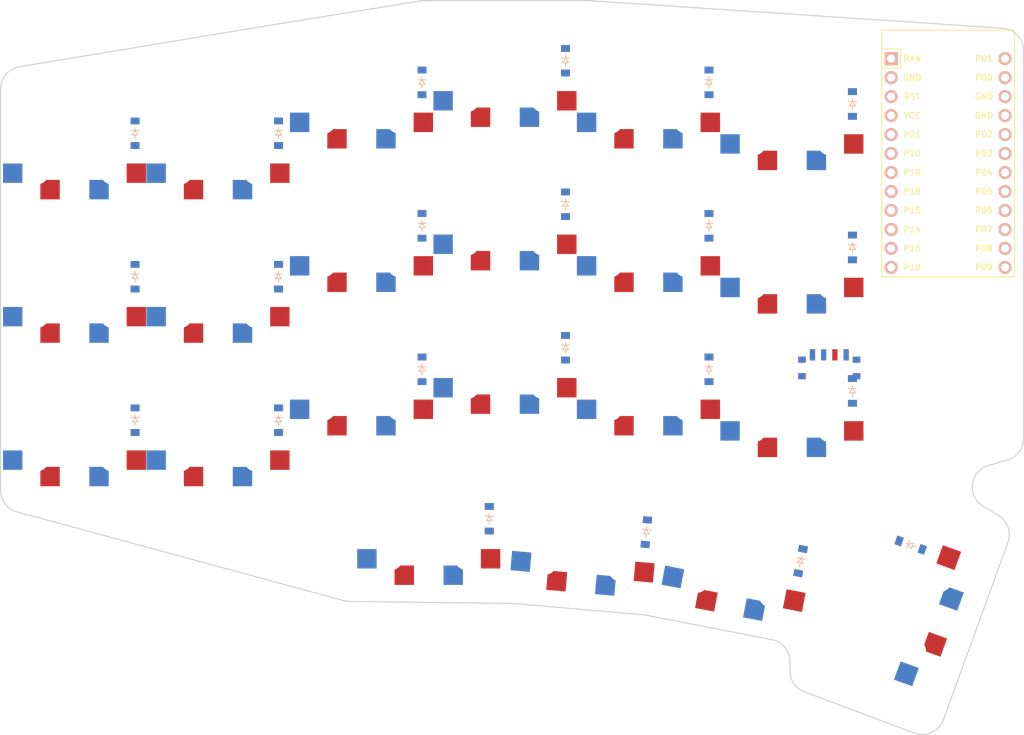
<source format=kicad_pcb>

            
(kicad_pcb (version 20171130) (host pcbnew 5.1.6)

  (page A3)
  (title_block
    (title keybear)
    (rev v1.0.0)
    (company Unknown)
  )

  (general
    (thickness 1.6)
  )

  (layers
    (0 F.Cu signal)
    (31 B.Cu signal)
    (32 B.Adhes user)
    (33 F.Adhes user)
    (34 B.Paste user)
    (35 F.Paste user)
    (36 B.SilkS user)
    (37 F.SilkS user)
    (38 B.Mask user)
    (39 F.Mask user)
    (40 Dwgs.User user)
    (41 Cmts.User user)
    (42 Eco1.User user)
    (43 Eco2.User user)
    (44 Edge.Cuts user)
    (45 Margin user)
    (46 B.CrtYd user)
    (47 F.CrtYd user)
    (48 B.Fab user)
    (49 F.Fab user)
  )

  (setup
    (last_trace_width 0.25)
    (trace_clearance 0.2)
    (zone_clearance 0.508)
    (zone_45_only no)
    (trace_min 0.2)
    (via_size 0.8)
    (via_drill 0.4)
    (via_min_size 0.4)
    (via_min_drill 0.3)
    (uvia_size 0.3)
    (uvia_drill 0.1)
    (uvias_allowed no)
    (uvia_min_size 0.2)
    (uvia_min_drill 0.1)
    (edge_width 0.05)
    (segment_width 0.2)
    (pcb_text_width 0.3)
    (pcb_text_size 1.5 1.5)
    (mod_edge_width 0.12)
    (mod_text_size 1 1)
    (mod_text_width 0.15)
    (pad_size 1.524 1.524)
    (pad_drill 0.762)
    (pad_to_mask_clearance 0.05)
    (aux_axis_origin 0 0)
    (visible_elements FFFFFF7F)
    (pcbplotparams
      (layerselection 0x010fc_ffffffff)
      (usegerberextensions false)
      (usegerberattributes true)
      (usegerberadvancedattributes true)
      (creategerberjobfile true)
      (excludeedgelayer true)
      (linewidth 0.100000)
      (plotframeref false)
      (viasonmask false)
      (mode 1)
      (useauxorigin false)
      (hpglpennumber 1)
      (hpglpenspeed 20)
      (hpglpendiameter 15.000000)
      (psnegative false)
      (psa4output false)
      (plotreference true)
      (plotvalue true)
      (plotinvisibletext false)
      (padsonsilk false)
      (subtractmaskfromsilk false)
      (outputformat 1)
      (mirror false)
      (drillshape 1)
      (scaleselection 1)
      (outputdirectory ""))
  )

            (net 0 "")
(net 1 "outer_bottom")
(net 2 "outer_home")
(net 3 "outer_top")
(net 4 "pinky_bottom")
(net 5 "pinky_home")
(net 6 "pinky_top")
(net 7 "ring_bottom")
(net 8 "ring_home")
(net 9 "ring_top")
(net 10 "middle_bottom")
(net 11 "middle_home")
(net 12 "middle_top")
(net 13 "index_bottom")
(net 14 "index_home")
(net 15 "index_top")
(net 16 "inner_bottom")
(net 17 "inner_home")
(net 18 "inner_top")
(net 19 "opt_cluster")
(net 20 "ctrl_cluster")
(net 21 "layer_cluster")
(net 22 "space_cluster")
(net 23 "RAW")
(net 24 "GND")
(net 25 "RST")
(net 26 "VCC")
(net 27 "P21")
(net 28 "P20")
(net 29 "P19")
(net 30 "P18")
(net 31 "P15")
(net 32 "P14")
(net 33 "P16")
(net 34 "P10")
(net 35 "P1")
(net 36 "P0")
(net 37 "P2")
(net 38 "P3")
(net 39 "P4")
(net 40 "P5")
(net 41 "P6")
(net 42 "P7")
(net 43 "P8")
(net 44 "P9")
            
  (net_class Default "This is the default net class."
    (clearance 0.2)
    (trace_width 0.25)
    (via_dia 0.8)
    (via_drill 0.4)
    (uvia_dia 0.3)
    (uvia_drill 0.1)
    (add_net "")
(add_net "outer_bottom")
(add_net "outer_home")
(add_net "outer_top")
(add_net "pinky_bottom")
(add_net "pinky_home")
(add_net "pinky_top")
(add_net "ring_bottom")
(add_net "ring_home")
(add_net "ring_top")
(add_net "middle_bottom")
(add_net "middle_home")
(add_net "middle_top")
(add_net "index_bottom")
(add_net "index_home")
(add_net "index_top")
(add_net "inner_bottom")
(add_net "inner_home")
(add_net "inner_top")
(add_net "opt_cluster")
(add_net "ctrl_cluster")
(add_net "layer_cluster")
(add_net "space_cluster")
(add_net "RAW")
(add_net "GND")
(add_net "RST")
(add_net "VCC")
(add_net "P21")
(add_net "P20")
(add_net "P19")
(add_net "P18")
(add_net "P15")
(add_net "P14")
(add_net "P16")
(add_net "P10")
(add_net "P1")
(add_net "P0")
(add_net "P2")
(add_net "P3")
(add_net "P4")
(add_net "P5")
(add_net "P6")
(add_net "P7")
(add_net "P8")
(add_net "P9")
  )

            
        
      (module PG1350 (layer F.Cu) (tedit 5DD50112)
      (at 150 150 180)

      
      (fp_text reference "S1" (at 0 0) (layer F.SilkS) hide (effects (font (size 1.27 1.27) (thickness 0.15))))
      (fp_text value "" (at 0 0) (layer F.SilkS) hide (effects (font (size 1.27 1.27) (thickness 0.15))))

      
      (fp_line (start -7 -6) (end -7 -7) (layer Dwgs.User) (width 0.15))
      (fp_line (start -7 7) (end -6 7) (layer Dwgs.User) (width 0.15))
      (fp_line (start -6 -7) (end -7 -7) (layer Dwgs.User) (width 0.15))
      (fp_line (start -7 7) (end -7 6) (layer Dwgs.User) (width 0.15))
      (fp_line (start 7 6) (end 7 7) (layer Dwgs.User) (width 0.15))
      (fp_line (start 7 -7) (end 6 -7) (layer Dwgs.User) (width 0.15))
      (fp_line (start 6 7) (end 7 7) (layer Dwgs.User) (width 0.15))
      (fp_line (start 7 -7) (end 7 -6) (layer Dwgs.User) (width 0.15))      
      
      
      (pad "" np_thru_hole circle (at 0 0) (size 3.429 3.429) (drill 3.429) (layers *.Cu *.Mask))
        
      
      (pad "" np_thru_hole circle (at 5.5 0) (size 1.7018 1.7018) (drill 1.7018) (layers *.Cu *.Mask))
      (pad "" np_thru_hole circle (at -5.5 0) (size 1.7018 1.7018) (drill 1.7018) (layers *.Cu *.Mask))
      
        
      
      (fp_line (start -9 -8.5) (end 9 -8.5) (layer Dwgs.User) (width 0.15))
      (fp_line (start 9 -8.5) (end 9 8.5) (layer Dwgs.User) (width 0.15))
      (fp_line (start 9 8.5) (end -9 8.5) (layer Dwgs.User) (width 0.15))
      (fp_line (start -9 8.5) (end -9 -8.5) (layer Dwgs.User) (width 0.15))
      
        
          
          (pad "" np_thru_hole circle (at 5 -3.75) (size 3 3) (drill 3) (layers *.Cu *.Mask))
          (pad "" np_thru_hole circle (at 0 -5.95) (size 3 3) (drill 3) (layers *.Cu *.Mask))
      
          
          (pad 1 smd rect (at -3.275 -5.95 180) (size 2.6 2.6) (layers B.Cu B.Paste B.Mask)  (net 0 ""))
          (pad 2 smd rect (at 8.275 -3.75 180) (size 2.6 2.6) (layers B.Cu B.Paste B.Mask)  (net 1 "outer_bottom"))
        
        
          
          (pad "" np_thru_hole circle (at -5 -3.75) (size 3 3) (drill 3) (layers *.Cu *.Mask))
          (pad "" np_thru_hole circle (at 0 -5.95) (size 3 3) (drill 3) (layers *.Cu *.Mask))
      
          
          (pad 1 smd rect (at 3.275 -5.95 180) (size 2.6 2.6) (layers F.Cu F.Paste F.Mask)  (net 0 ""))
          (pad 2 smd rect (at -8.275 -3.75 180) (size 2.6 2.6) (layers F.Cu F.Paste F.Mask)  (net 1 "outer_bottom"))
        )
        

        
      (module PG1350 (layer F.Cu) (tedit 5DD50112)
      (at 150 130.8 180)

      
      (fp_text reference "S2" (at 0 0) (layer F.SilkS) hide (effects (font (size 1.27 1.27) (thickness 0.15))))
      (fp_text value "" (at 0 0) (layer F.SilkS) hide (effects (font (size 1.27 1.27) (thickness 0.15))))

      
      (fp_line (start -7 -6) (end -7 -7) (layer Dwgs.User) (width 0.15))
      (fp_line (start -7 7) (end -6 7) (layer Dwgs.User) (width 0.15))
      (fp_line (start -6 -7) (end -7 -7) (layer Dwgs.User) (width 0.15))
      (fp_line (start -7 7) (end -7 6) (layer Dwgs.User) (width 0.15))
      (fp_line (start 7 6) (end 7 7) (layer Dwgs.User) (width 0.15))
      (fp_line (start 7 -7) (end 6 -7) (layer Dwgs.User) (width 0.15))
      (fp_line (start 6 7) (end 7 7) (layer Dwgs.User) (width 0.15))
      (fp_line (start 7 -7) (end 7 -6) (layer Dwgs.User) (width 0.15))      
      
      
      (pad "" np_thru_hole circle (at 0 0) (size 3.429 3.429) (drill 3.429) (layers *.Cu *.Mask))
        
      
      (pad "" np_thru_hole circle (at 5.5 0) (size 1.7018 1.7018) (drill 1.7018) (layers *.Cu *.Mask))
      (pad "" np_thru_hole circle (at -5.5 0) (size 1.7018 1.7018) (drill 1.7018) (layers *.Cu *.Mask))
      
        
      
      (fp_line (start -9 -8.5) (end 9 -8.5) (layer Dwgs.User) (width 0.15))
      (fp_line (start 9 -8.5) (end 9 8.5) (layer Dwgs.User) (width 0.15))
      (fp_line (start 9 8.5) (end -9 8.5) (layer Dwgs.User) (width 0.15))
      (fp_line (start -9 8.5) (end -9 -8.5) (layer Dwgs.User) (width 0.15))
      
        
          
          (pad "" np_thru_hole circle (at 5 -3.75) (size 3 3) (drill 3) (layers *.Cu *.Mask))
          (pad "" np_thru_hole circle (at 0 -5.95) (size 3 3) (drill 3) (layers *.Cu *.Mask))
      
          
          (pad 1 smd rect (at -3.275 -5.95 180) (size 2.6 2.6) (layers B.Cu B.Paste B.Mask)  (net 0 ""))
          (pad 2 smd rect (at 8.275 -3.75 180) (size 2.6 2.6) (layers B.Cu B.Paste B.Mask)  (net 2 "outer_home"))
        
        
          
          (pad "" np_thru_hole circle (at -5 -3.75) (size 3 3) (drill 3) (layers *.Cu *.Mask))
          (pad "" np_thru_hole circle (at 0 -5.95) (size 3 3) (drill 3) (layers *.Cu *.Mask))
      
          
          (pad 1 smd rect (at 3.275 -5.95 180) (size 2.6 2.6) (layers F.Cu F.Paste F.Mask)  (net 0 ""))
          (pad 2 smd rect (at -8.275 -3.75 180) (size 2.6 2.6) (layers F.Cu F.Paste F.Mask)  (net 2 "outer_home"))
        )
        

        
      (module PG1350 (layer F.Cu) (tedit 5DD50112)
      (at 150 111.60000000000001 180)

      
      (fp_text reference "S3" (at 0 0) (layer F.SilkS) hide (effects (font (size 1.27 1.27) (thickness 0.15))))
      (fp_text value "" (at 0 0) (layer F.SilkS) hide (effects (font (size 1.27 1.27) (thickness 0.15))))

      
      (fp_line (start -7 -6) (end -7 -7) (layer Dwgs.User) (width 0.15))
      (fp_line (start -7 7) (end -6 7) (layer Dwgs.User) (width 0.15))
      (fp_line (start -6 -7) (end -7 -7) (layer Dwgs.User) (width 0.15))
      (fp_line (start -7 7) (end -7 6) (layer Dwgs.User) (width 0.15))
      (fp_line (start 7 6) (end 7 7) (layer Dwgs.User) (width 0.15))
      (fp_line (start 7 -7) (end 6 -7) (layer Dwgs.User) (width 0.15))
      (fp_line (start 6 7) (end 7 7) (layer Dwgs.User) (width 0.15))
      (fp_line (start 7 -7) (end 7 -6) (layer Dwgs.User) (width 0.15))      
      
      
      (pad "" np_thru_hole circle (at 0 0) (size 3.429 3.429) (drill 3.429) (layers *.Cu *.Mask))
        
      
      (pad "" np_thru_hole circle (at 5.5 0) (size 1.7018 1.7018) (drill 1.7018) (layers *.Cu *.Mask))
      (pad "" np_thru_hole circle (at -5.5 0) (size 1.7018 1.7018) (drill 1.7018) (layers *.Cu *.Mask))
      
        
      
      (fp_line (start -9 -8.5) (end 9 -8.5) (layer Dwgs.User) (width 0.15))
      (fp_line (start 9 -8.5) (end 9 8.5) (layer Dwgs.User) (width 0.15))
      (fp_line (start 9 8.5) (end -9 8.5) (layer Dwgs.User) (width 0.15))
      (fp_line (start -9 8.5) (end -9 -8.5) (layer Dwgs.User) (width 0.15))
      
        
          
          (pad "" np_thru_hole circle (at 5 -3.75) (size 3 3) (drill 3) (layers *.Cu *.Mask))
          (pad "" np_thru_hole circle (at 0 -5.95) (size 3 3) (drill 3) (layers *.Cu *.Mask))
      
          
          (pad 1 smd rect (at -3.275 -5.95 180) (size 2.6 2.6) (layers B.Cu B.Paste B.Mask)  (net 0 ""))
          (pad 2 smd rect (at 8.275 -3.75 180) (size 2.6 2.6) (layers B.Cu B.Paste B.Mask)  (net 3 "outer_top"))
        
        
          
          (pad "" np_thru_hole circle (at -5 -3.75) (size 3 3) (drill 3) (layers *.Cu *.Mask))
          (pad "" np_thru_hole circle (at 0 -5.95) (size 3 3) (drill 3) (layers *.Cu *.Mask))
      
          
          (pad 1 smd rect (at 3.275 -5.95 180) (size 2.6 2.6) (layers F.Cu F.Paste F.Mask)  (net 0 ""))
          (pad 2 smd rect (at -8.275 -3.75 180) (size 2.6 2.6) (layers F.Cu F.Paste F.Mask)  (net 3 "outer_top"))
        )
        

        
      (module PG1350 (layer F.Cu) (tedit 5DD50112)
      (at 169.2 150 180)

      
      (fp_text reference "S4" (at 0 0) (layer F.SilkS) hide (effects (font (size 1.27 1.27) (thickness 0.15))))
      (fp_text value "" (at 0 0) (layer F.SilkS) hide (effects (font (size 1.27 1.27) (thickness 0.15))))

      
      (fp_line (start -7 -6) (end -7 -7) (layer Dwgs.User) (width 0.15))
      (fp_line (start -7 7) (end -6 7) (layer Dwgs.User) (width 0.15))
      (fp_line (start -6 -7) (end -7 -7) (layer Dwgs.User) (width 0.15))
      (fp_line (start -7 7) (end -7 6) (layer Dwgs.User) (width 0.15))
      (fp_line (start 7 6) (end 7 7) (layer Dwgs.User) (width 0.15))
      (fp_line (start 7 -7) (end 6 -7) (layer Dwgs.User) (width 0.15))
      (fp_line (start 6 7) (end 7 7) (layer Dwgs.User) (width 0.15))
      (fp_line (start 7 -7) (end 7 -6) (layer Dwgs.User) (width 0.15))      
      
      
      (pad "" np_thru_hole circle (at 0 0) (size 3.429 3.429) (drill 3.429) (layers *.Cu *.Mask))
        
      
      (pad "" np_thru_hole circle (at 5.5 0) (size 1.7018 1.7018) (drill 1.7018) (layers *.Cu *.Mask))
      (pad "" np_thru_hole circle (at -5.5 0) (size 1.7018 1.7018) (drill 1.7018) (layers *.Cu *.Mask))
      
        
      
      (fp_line (start -9 -8.5) (end 9 -8.5) (layer Dwgs.User) (width 0.15))
      (fp_line (start 9 -8.5) (end 9 8.5) (layer Dwgs.User) (width 0.15))
      (fp_line (start 9 8.5) (end -9 8.5) (layer Dwgs.User) (width 0.15))
      (fp_line (start -9 8.5) (end -9 -8.5) (layer Dwgs.User) (width 0.15))
      
        
          
          (pad "" np_thru_hole circle (at 5 -3.75) (size 3 3) (drill 3) (layers *.Cu *.Mask))
          (pad "" np_thru_hole circle (at 0 -5.95) (size 3 3) (drill 3) (layers *.Cu *.Mask))
      
          
          (pad 1 smd rect (at -3.275 -5.95 180) (size 2.6 2.6) (layers B.Cu B.Paste B.Mask)  (net 0 ""))
          (pad 2 smd rect (at 8.275 -3.75 180) (size 2.6 2.6) (layers B.Cu B.Paste B.Mask)  (net 4 "pinky_bottom"))
        
        
          
          (pad "" np_thru_hole circle (at -5 -3.75) (size 3 3) (drill 3) (layers *.Cu *.Mask))
          (pad "" np_thru_hole circle (at 0 -5.95) (size 3 3) (drill 3) (layers *.Cu *.Mask))
      
          
          (pad 1 smd rect (at 3.275 -5.95 180) (size 2.6 2.6) (layers F.Cu F.Paste F.Mask)  (net 0 ""))
          (pad 2 smd rect (at -8.275 -3.75 180) (size 2.6 2.6) (layers F.Cu F.Paste F.Mask)  (net 4 "pinky_bottom"))
        )
        

        
      (module PG1350 (layer F.Cu) (tedit 5DD50112)
      (at 169.2 130.8 180)

      
      (fp_text reference "S5" (at 0 0) (layer F.SilkS) hide (effects (font (size 1.27 1.27) (thickness 0.15))))
      (fp_text value "" (at 0 0) (layer F.SilkS) hide (effects (font (size 1.27 1.27) (thickness 0.15))))

      
      (fp_line (start -7 -6) (end -7 -7) (layer Dwgs.User) (width 0.15))
      (fp_line (start -7 7) (end -6 7) (layer Dwgs.User) (width 0.15))
      (fp_line (start -6 -7) (end -7 -7) (layer Dwgs.User) (width 0.15))
      (fp_line (start -7 7) (end -7 6) (layer Dwgs.User) (width 0.15))
      (fp_line (start 7 6) (end 7 7) (layer Dwgs.User) (width 0.15))
      (fp_line (start 7 -7) (end 6 -7) (layer Dwgs.User) (width 0.15))
      (fp_line (start 6 7) (end 7 7) (layer Dwgs.User) (width 0.15))
      (fp_line (start 7 -7) (end 7 -6) (layer Dwgs.User) (width 0.15))      
      
      
      (pad "" np_thru_hole circle (at 0 0) (size 3.429 3.429) (drill 3.429) (layers *.Cu *.Mask))
        
      
      (pad "" np_thru_hole circle (at 5.5 0) (size 1.7018 1.7018) (drill 1.7018) (layers *.Cu *.Mask))
      (pad "" np_thru_hole circle (at -5.5 0) (size 1.7018 1.7018) (drill 1.7018) (layers *.Cu *.Mask))
      
        
      
      (fp_line (start -9 -8.5) (end 9 -8.5) (layer Dwgs.User) (width 0.15))
      (fp_line (start 9 -8.5) (end 9 8.5) (layer Dwgs.User) (width 0.15))
      (fp_line (start 9 8.5) (end -9 8.5) (layer Dwgs.User) (width 0.15))
      (fp_line (start -9 8.5) (end -9 -8.5) (layer Dwgs.User) (width 0.15))
      
        
          
          (pad "" np_thru_hole circle (at 5 -3.75) (size 3 3) (drill 3) (layers *.Cu *.Mask))
          (pad "" np_thru_hole circle (at 0 -5.95) (size 3 3) (drill 3) (layers *.Cu *.Mask))
      
          
          (pad 1 smd rect (at -3.275 -5.95 180) (size 2.6 2.6) (layers B.Cu B.Paste B.Mask)  (net 0 ""))
          (pad 2 smd rect (at 8.275 -3.75 180) (size 2.6 2.6) (layers B.Cu B.Paste B.Mask)  (net 5 "pinky_home"))
        
        
          
          (pad "" np_thru_hole circle (at -5 -3.75) (size 3 3) (drill 3) (layers *.Cu *.Mask))
          (pad "" np_thru_hole circle (at 0 -5.95) (size 3 3) (drill 3) (layers *.Cu *.Mask))
      
          
          (pad 1 smd rect (at 3.275 -5.95 180) (size 2.6 2.6) (layers F.Cu F.Paste F.Mask)  (net 0 ""))
          (pad 2 smd rect (at -8.275 -3.75 180) (size 2.6 2.6) (layers F.Cu F.Paste F.Mask)  (net 5 "pinky_home"))
        )
        

        
      (module PG1350 (layer F.Cu) (tedit 5DD50112)
      (at 169.2 111.60000000000001 180)

      
      (fp_text reference "S6" (at 0 0) (layer F.SilkS) hide (effects (font (size 1.27 1.27) (thickness 0.15))))
      (fp_text value "" (at 0 0) (layer F.SilkS) hide (effects (font (size 1.27 1.27) (thickness 0.15))))

      
      (fp_line (start -7 -6) (end -7 -7) (layer Dwgs.User) (width 0.15))
      (fp_line (start -7 7) (end -6 7) (layer Dwgs.User) (width 0.15))
      (fp_line (start -6 -7) (end -7 -7) (layer Dwgs.User) (width 0.15))
      (fp_line (start -7 7) (end -7 6) (layer Dwgs.User) (width 0.15))
      (fp_line (start 7 6) (end 7 7) (layer Dwgs.User) (width 0.15))
      (fp_line (start 7 -7) (end 6 -7) (layer Dwgs.User) (width 0.15))
      (fp_line (start 6 7) (end 7 7) (layer Dwgs.User) (width 0.15))
      (fp_line (start 7 -7) (end 7 -6) (layer Dwgs.User) (width 0.15))      
      
      
      (pad "" np_thru_hole circle (at 0 0) (size 3.429 3.429) (drill 3.429) (layers *.Cu *.Mask))
        
      
      (pad "" np_thru_hole circle (at 5.5 0) (size 1.7018 1.7018) (drill 1.7018) (layers *.Cu *.Mask))
      (pad "" np_thru_hole circle (at -5.5 0) (size 1.7018 1.7018) (drill 1.7018) (layers *.Cu *.Mask))
      
        
      
      (fp_line (start -9 -8.5) (end 9 -8.5) (layer Dwgs.User) (width 0.15))
      (fp_line (start 9 -8.5) (end 9 8.5) (layer Dwgs.User) (width 0.15))
      (fp_line (start 9 8.5) (end -9 8.5) (layer Dwgs.User) (width 0.15))
      (fp_line (start -9 8.5) (end -9 -8.5) (layer Dwgs.User) (width 0.15))
      
        
          
          (pad "" np_thru_hole circle (at 5 -3.75) (size 3 3) (drill 3) (layers *.Cu *.Mask))
          (pad "" np_thru_hole circle (at 0 -5.95) (size 3 3) (drill 3) (layers *.Cu *.Mask))
      
          
          (pad 1 smd rect (at -3.275 -5.95 180) (size 2.6 2.6) (layers B.Cu B.Paste B.Mask)  (net 0 ""))
          (pad 2 smd rect (at 8.275 -3.75 180) (size 2.6 2.6) (layers B.Cu B.Paste B.Mask)  (net 6 "pinky_top"))
        
        
          
          (pad "" np_thru_hole circle (at -5 -3.75) (size 3 3) (drill 3) (layers *.Cu *.Mask))
          (pad "" np_thru_hole circle (at 0 -5.95) (size 3 3) (drill 3) (layers *.Cu *.Mask))
      
          
          (pad 1 smd rect (at 3.275 -5.95 180) (size 2.6 2.6) (layers F.Cu F.Paste F.Mask)  (net 0 ""))
          (pad 2 smd rect (at -8.275 -3.75 180) (size 2.6 2.6) (layers F.Cu F.Paste F.Mask)  (net 6 "pinky_top"))
        )
        

        
      (module PG1350 (layer F.Cu) (tedit 5DD50112)
      (at 188.4 143.2 180)

      
      (fp_text reference "S7" (at 0 0) (layer F.SilkS) hide (effects (font (size 1.27 1.27) (thickness 0.15))))
      (fp_text value "" (at 0 0) (layer F.SilkS) hide (effects (font (size 1.27 1.27) (thickness 0.15))))

      
      (fp_line (start -7 -6) (end -7 -7) (layer Dwgs.User) (width 0.15))
      (fp_line (start -7 7) (end -6 7) (layer Dwgs.User) (width 0.15))
      (fp_line (start -6 -7) (end -7 -7) (layer Dwgs.User) (width 0.15))
      (fp_line (start -7 7) (end -7 6) (layer Dwgs.User) (width 0.15))
      (fp_line (start 7 6) (end 7 7) (layer Dwgs.User) (width 0.15))
      (fp_line (start 7 -7) (end 6 -7) (layer Dwgs.User) (width 0.15))
      (fp_line (start 6 7) (end 7 7) (layer Dwgs.User) (width 0.15))
      (fp_line (start 7 -7) (end 7 -6) (layer Dwgs.User) (width 0.15))      
      
      
      (pad "" np_thru_hole circle (at 0 0) (size 3.429 3.429) (drill 3.429) (layers *.Cu *.Mask))
        
      
      (pad "" np_thru_hole circle (at 5.5 0) (size 1.7018 1.7018) (drill 1.7018) (layers *.Cu *.Mask))
      (pad "" np_thru_hole circle (at -5.5 0) (size 1.7018 1.7018) (drill 1.7018) (layers *.Cu *.Mask))
      
        
      
      (fp_line (start -9 -8.5) (end 9 -8.5) (layer Dwgs.User) (width 0.15))
      (fp_line (start 9 -8.5) (end 9 8.5) (layer Dwgs.User) (width 0.15))
      (fp_line (start 9 8.5) (end -9 8.5) (layer Dwgs.User) (width 0.15))
      (fp_line (start -9 8.5) (end -9 -8.5) (layer Dwgs.User) (width 0.15))
      
        
          
          (pad "" np_thru_hole circle (at 5 -3.75) (size 3 3) (drill 3) (layers *.Cu *.Mask))
          (pad "" np_thru_hole circle (at 0 -5.95) (size 3 3) (drill 3) (layers *.Cu *.Mask))
      
          
          (pad 1 smd rect (at -3.275 -5.95 180) (size 2.6 2.6) (layers B.Cu B.Paste B.Mask)  (net 0 ""))
          (pad 2 smd rect (at 8.275 -3.75 180) (size 2.6 2.6) (layers B.Cu B.Paste B.Mask)  (net 7 "ring_bottom"))
        
        
          
          (pad "" np_thru_hole circle (at -5 -3.75) (size 3 3) (drill 3) (layers *.Cu *.Mask))
          (pad "" np_thru_hole circle (at 0 -5.95) (size 3 3) (drill 3) (layers *.Cu *.Mask))
      
          
          (pad 1 smd rect (at 3.275 -5.95 180) (size 2.6 2.6) (layers F.Cu F.Paste F.Mask)  (net 0 ""))
          (pad 2 smd rect (at -8.275 -3.75 180) (size 2.6 2.6) (layers F.Cu F.Paste F.Mask)  (net 7 "ring_bottom"))
        )
        

        
      (module PG1350 (layer F.Cu) (tedit 5DD50112)
      (at 188.4 123.99999999999999 180)

      
      (fp_text reference "S8" (at 0 0) (layer F.SilkS) hide (effects (font (size 1.27 1.27) (thickness 0.15))))
      (fp_text value "" (at 0 0) (layer F.SilkS) hide (effects (font (size 1.27 1.27) (thickness 0.15))))

      
      (fp_line (start -7 -6) (end -7 -7) (layer Dwgs.User) (width 0.15))
      (fp_line (start -7 7) (end -6 7) (layer Dwgs.User) (width 0.15))
      (fp_line (start -6 -7) (end -7 -7) (layer Dwgs.User) (width 0.15))
      (fp_line (start -7 7) (end -7 6) (layer Dwgs.User) (width 0.15))
      (fp_line (start 7 6) (end 7 7) (layer Dwgs.User) (width 0.15))
      (fp_line (start 7 -7) (end 6 -7) (layer Dwgs.User) (width 0.15))
      (fp_line (start 6 7) (end 7 7) (layer Dwgs.User) (width 0.15))
      (fp_line (start 7 -7) (end 7 -6) (layer Dwgs.User) (width 0.15))      
      
      
      (pad "" np_thru_hole circle (at 0 0) (size 3.429 3.429) (drill 3.429) (layers *.Cu *.Mask))
        
      
      (pad "" np_thru_hole circle (at 5.5 0) (size 1.7018 1.7018) (drill 1.7018) (layers *.Cu *.Mask))
      (pad "" np_thru_hole circle (at -5.5 0) (size 1.7018 1.7018) (drill 1.7018) (layers *.Cu *.Mask))
      
        
      
      (fp_line (start -9 -8.5) (end 9 -8.5) (layer Dwgs.User) (width 0.15))
      (fp_line (start 9 -8.5) (end 9 8.5) (layer Dwgs.User) (width 0.15))
      (fp_line (start 9 8.5) (end -9 8.5) (layer Dwgs.User) (width 0.15))
      (fp_line (start -9 8.5) (end -9 -8.5) (layer Dwgs.User) (width 0.15))
      
        
          
          (pad "" np_thru_hole circle (at 5 -3.75) (size 3 3) (drill 3) (layers *.Cu *.Mask))
          (pad "" np_thru_hole circle (at 0 -5.95) (size 3 3) (drill 3) (layers *.Cu *.Mask))
      
          
          (pad 1 smd rect (at -3.275 -5.95 180) (size 2.6 2.6) (layers B.Cu B.Paste B.Mask)  (net 0 ""))
          (pad 2 smd rect (at 8.275 -3.75 180) (size 2.6 2.6) (layers B.Cu B.Paste B.Mask)  (net 8 "ring_home"))
        
        
          
          (pad "" np_thru_hole circle (at -5 -3.75) (size 3 3) (drill 3) (layers *.Cu *.Mask))
          (pad "" np_thru_hole circle (at 0 -5.95) (size 3 3) (drill 3) (layers *.Cu *.Mask))
      
          
          (pad 1 smd rect (at 3.275 -5.95 180) (size 2.6 2.6) (layers F.Cu F.Paste F.Mask)  (net 0 ""))
          (pad 2 smd rect (at -8.275 -3.75 180) (size 2.6 2.6) (layers F.Cu F.Paste F.Mask)  (net 8 "ring_home"))
        )
        

        
      (module PG1350 (layer F.Cu) (tedit 5DD50112)
      (at 188.4 104.79999999999998 180)

      
      (fp_text reference "S9" (at 0 0) (layer F.SilkS) hide (effects (font (size 1.27 1.27) (thickness 0.15))))
      (fp_text value "" (at 0 0) (layer F.SilkS) hide (effects (font (size 1.27 1.27) (thickness 0.15))))

      
      (fp_line (start -7 -6) (end -7 -7) (layer Dwgs.User) (width 0.15))
      (fp_line (start -7 7) (end -6 7) (layer Dwgs.User) (width 0.15))
      (fp_line (start -6 -7) (end -7 -7) (layer Dwgs.User) (width 0.15))
      (fp_line (start -7 7) (end -7 6) (layer Dwgs.User) (width 0.15))
      (fp_line (start 7 6) (end 7 7) (layer Dwgs.User) (width 0.15))
      (fp_line (start 7 -7) (end 6 -7) (layer Dwgs.User) (width 0.15))
      (fp_line (start 6 7) (end 7 7) (layer Dwgs.User) (width 0.15))
      (fp_line (start 7 -7) (end 7 -6) (layer Dwgs.User) (width 0.15))      
      
      
      (pad "" np_thru_hole circle (at 0 0) (size 3.429 3.429) (drill 3.429) (layers *.Cu *.Mask))
        
      
      (pad "" np_thru_hole circle (at 5.5 0) (size 1.7018 1.7018) (drill 1.7018) (layers *.Cu *.Mask))
      (pad "" np_thru_hole circle (at -5.5 0) (size 1.7018 1.7018) (drill 1.7018) (layers *.Cu *.Mask))
      
        
      
      (fp_line (start -9 -8.5) (end 9 -8.5) (layer Dwgs.User) (width 0.15))
      (fp_line (start 9 -8.5) (end 9 8.5) (layer Dwgs.User) (width 0.15))
      (fp_line (start 9 8.5) (end -9 8.5) (layer Dwgs.User) (width 0.15))
      (fp_line (start -9 8.5) (end -9 -8.5) (layer Dwgs.User) (width 0.15))
      
        
          
          (pad "" np_thru_hole circle (at 5 -3.75) (size 3 3) (drill 3) (layers *.Cu *.Mask))
          (pad "" np_thru_hole circle (at 0 -5.95) (size 3 3) (drill 3) (layers *.Cu *.Mask))
      
          
          (pad 1 smd rect (at -3.275 -5.95 180) (size 2.6 2.6) (layers B.Cu B.Paste B.Mask)  (net 0 ""))
          (pad 2 smd rect (at 8.275 -3.75 180) (size 2.6 2.6) (layers B.Cu B.Paste B.Mask)  (net 9 "ring_top"))
        
        
          
          (pad "" np_thru_hole circle (at -5 -3.75) (size 3 3) (drill 3) (layers *.Cu *.Mask))
          (pad "" np_thru_hole circle (at 0 -5.95) (size 3 3) (drill 3) (layers *.Cu *.Mask))
      
          
          (pad 1 smd rect (at 3.275 -5.95 180) (size 2.6 2.6) (layers F.Cu F.Paste F.Mask)  (net 0 ""))
          (pad 2 smd rect (at -8.275 -3.75 180) (size 2.6 2.6) (layers F.Cu F.Paste F.Mask)  (net 9 "ring_top"))
        )
        

        
      (module PG1350 (layer F.Cu) (tedit 5DD50112)
      (at 207.6 140.31 180)

      
      (fp_text reference "S10" (at 0 0) (layer F.SilkS) hide (effects (font (size 1.27 1.27) (thickness 0.15))))
      (fp_text value "" (at 0 0) (layer F.SilkS) hide (effects (font (size 1.27 1.27) (thickness 0.15))))

      
      (fp_line (start -7 -6) (end -7 -7) (layer Dwgs.User) (width 0.15))
      (fp_line (start -7 7) (end -6 7) (layer Dwgs.User) (width 0.15))
      (fp_line (start -6 -7) (end -7 -7) (layer Dwgs.User) (width 0.15))
      (fp_line (start -7 7) (end -7 6) (layer Dwgs.User) (width 0.15))
      (fp_line (start 7 6) (end 7 7) (layer Dwgs.User) (width 0.15))
      (fp_line (start 7 -7) (end 6 -7) (layer Dwgs.User) (width 0.15))
      (fp_line (start 6 7) (end 7 7) (layer Dwgs.User) (width 0.15))
      (fp_line (start 7 -7) (end 7 -6) (layer Dwgs.User) (width 0.15))      
      
      
      (pad "" np_thru_hole circle (at 0 0) (size 3.429 3.429) (drill 3.429) (layers *.Cu *.Mask))
        
      
      (pad "" np_thru_hole circle (at 5.5 0) (size 1.7018 1.7018) (drill 1.7018) (layers *.Cu *.Mask))
      (pad "" np_thru_hole circle (at -5.5 0) (size 1.7018 1.7018) (drill 1.7018) (layers *.Cu *.Mask))
      
        
      
      (fp_line (start -9 -8.5) (end 9 -8.5) (layer Dwgs.User) (width 0.15))
      (fp_line (start 9 -8.5) (end 9 8.5) (layer Dwgs.User) (width 0.15))
      (fp_line (start 9 8.5) (end -9 8.5) (layer Dwgs.User) (width 0.15))
      (fp_line (start -9 8.5) (end -9 -8.5) (layer Dwgs.User) (width 0.15))
      
        
          
          (pad "" np_thru_hole circle (at 5 -3.75) (size 3 3) (drill 3) (layers *.Cu *.Mask))
          (pad "" np_thru_hole circle (at 0 -5.95) (size 3 3) (drill 3) (layers *.Cu *.Mask))
      
          
          (pad 1 smd rect (at -3.275 -5.95 180) (size 2.6 2.6) (layers B.Cu B.Paste B.Mask)  (net 0 ""))
          (pad 2 smd rect (at 8.275 -3.75 180) (size 2.6 2.6) (layers B.Cu B.Paste B.Mask)  (net 10 "middle_bottom"))
        
        
          
          (pad "" np_thru_hole circle (at -5 -3.75) (size 3 3) (drill 3) (layers *.Cu *.Mask))
          (pad "" np_thru_hole circle (at 0 -5.95) (size 3 3) (drill 3) (layers *.Cu *.Mask))
      
          
          (pad 1 smd rect (at 3.275 -5.95 180) (size 2.6 2.6) (layers F.Cu F.Paste F.Mask)  (net 0 ""))
          (pad 2 smd rect (at -8.275 -3.75 180) (size 2.6 2.6) (layers F.Cu F.Paste F.Mask)  (net 10 "middle_bottom"))
        )
        

        
      (module PG1350 (layer F.Cu) (tedit 5DD50112)
      (at 207.6 121.11 180)

      
      (fp_text reference "S11" (at 0 0) (layer F.SilkS) hide (effects (font (size 1.27 1.27) (thickness 0.15))))
      (fp_text value "" (at 0 0) (layer F.SilkS) hide (effects (font (size 1.27 1.27) (thickness 0.15))))

      
      (fp_line (start -7 -6) (end -7 -7) (layer Dwgs.User) (width 0.15))
      (fp_line (start -7 7) (end -6 7) (layer Dwgs.User) (width 0.15))
      (fp_line (start -6 -7) (end -7 -7) (layer Dwgs.User) (width 0.15))
      (fp_line (start -7 7) (end -7 6) (layer Dwgs.User) (width 0.15))
      (fp_line (start 7 6) (end 7 7) (layer Dwgs.User) (width 0.15))
      (fp_line (start 7 -7) (end 6 -7) (layer Dwgs.User) (width 0.15))
      (fp_line (start 6 7) (end 7 7) (layer Dwgs.User) (width 0.15))
      (fp_line (start 7 -7) (end 7 -6) (layer Dwgs.User) (width 0.15))      
      
      
      (pad "" np_thru_hole circle (at 0 0) (size 3.429 3.429) (drill 3.429) (layers *.Cu *.Mask))
        
      
      (pad "" np_thru_hole circle (at 5.5 0) (size 1.7018 1.7018) (drill 1.7018) (layers *.Cu *.Mask))
      (pad "" np_thru_hole circle (at -5.5 0) (size 1.7018 1.7018) (drill 1.7018) (layers *.Cu *.Mask))
      
        
      
      (fp_line (start -9 -8.5) (end 9 -8.5) (layer Dwgs.User) (width 0.15))
      (fp_line (start 9 -8.5) (end 9 8.5) (layer Dwgs.User) (width 0.15))
      (fp_line (start 9 8.5) (end -9 8.5) (layer Dwgs.User) (width 0.15))
      (fp_line (start -9 8.5) (end -9 -8.5) (layer Dwgs.User) (width 0.15))
      
        
          
          (pad "" np_thru_hole circle (at 5 -3.75) (size 3 3) (drill 3) (layers *.Cu *.Mask))
          (pad "" np_thru_hole circle (at 0 -5.95) (size 3 3) (drill 3) (layers *.Cu *.Mask))
      
          
          (pad 1 smd rect (at -3.275 -5.95 180) (size 2.6 2.6) (layers B.Cu B.Paste B.Mask)  (net 0 ""))
          (pad 2 smd rect (at 8.275 -3.75 180) (size 2.6 2.6) (layers B.Cu B.Paste B.Mask)  (net 11 "middle_home"))
        
        
          
          (pad "" np_thru_hole circle (at -5 -3.75) (size 3 3) (drill 3) (layers *.Cu *.Mask))
          (pad "" np_thru_hole circle (at 0 -5.95) (size 3 3) (drill 3) (layers *.Cu *.Mask))
      
          
          (pad 1 smd rect (at 3.275 -5.95 180) (size 2.6 2.6) (layers F.Cu F.Paste F.Mask)  (net 0 ""))
          (pad 2 smd rect (at -8.275 -3.75 180) (size 2.6 2.6) (layers F.Cu F.Paste F.Mask)  (net 11 "middle_home"))
        )
        

        
      (module PG1350 (layer F.Cu) (tedit 5DD50112)
      (at 207.6 101.91 180)

      
      (fp_text reference "S12" (at 0 0) (layer F.SilkS) hide (effects (font (size 1.27 1.27) (thickness 0.15))))
      (fp_text value "" (at 0 0) (layer F.SilkS) hide (effects (font (size 1.27 1.27) (thickness 0.15))))

      
      (fp_line (start -7 -6) (end -7 -7) (layer Dwgs.User) (width 0.15))
      (fp_line (start -7 7) (end -6 7) (layer Dwgs.User) (width 0.15))
      (fp_line (start -6 -7) (end -7 -7) (layer Dwgs.User) (width 0.15))
      (fp_line (start -7 7) (end -7 6) (layer Dwgs.User) (width 0.15))
      (fp_line (start 7 6) (end 7 7) (layer Dwgs.User) (width 0.15))
      (fp_line (start 7 -7) (end 6 -7) (layer Dwgs.User) (width 0.15))
      (fp_line (start 6 7) (end 7 7) (layer Dwgs.User) (width 0.15))
      (fp_line (start 7 -7) (end 7 -6) (layer Dwgs.User) (width 0.15))      
      
      
      (pad "" np_thru_hole circle (at 0 0) (size 3.429 3.429) (drill 3.429) (layers *.Cu *.Mask))
        
      
      (pad "" np_thru_hole circle (at 5.5 0) (size 1.7018 1.7018) (drill 1.7018) (layers *.Cu *.Mask))
      (pad "" np_thru_hole circle (at -5.5 0) (size 1.7018 1.7018) (drill 1.7018) (layers *.Cu *.Mask))
      
        
      
      (fp_line (start -9 -8.5) (end 9 -8.5) (layer Dwgs.User) (width 0.15))
      (fp_line (start 9 -8.5) (end 9 8.5) (layer Dwgs.User) (width 0.15))
      (fp_line (start 9 8.5) (end -9 8.5) (layer Dwgs.User) (width 0.15))
      (fp_line (start -9 8.5) (end -9 -8.5) (layer Dwgs.User) (width 0.15))
      
        
          
          (pad "" np_thru_hole circle (at 5 -3.75) (size 3 3) (drill 3) (layers *.Cu *.Mask))
          (pad "" np_thru_hole circle (at 0 -5.95) (size 3 3) (drill 3) (layers *.Cu *.Mask))
      
          
          (pad 1 smd rect (at -3.275 -5.95 180) (size 2.6 2.6) (layers B.Cu B.Paste B.Mask)  (net 0 ""))
          (pad 2 smd rect (at 8.275 -3.75 180) (size 2.6 2.6) (layers B.Cu B.Paste B.Mask)  (net 12 "middle_top"))
        
        
          
          (pad "" np_thru_hole circle (at -5 -3.75) (size 3 3) (drill 3) (layers *.Cu *.Mask))
          (pad "" np_thru_hole circle (at 0 -5.95) (size 3 3) (drill 3) (layers *.Cu *.Mask))
      
          
          (pad 1 smd rect (at 3.275 -5.95 180) (size 2.6 2.6) (layers F.Cu F.Paste F.Mask)  (net 0 ""))
          (pad 2 smd rect (at -8.275 -3.75 180) (size 2.6 2.6) (layers F.Cu F.Paste F.Mask)  (net 12 "middle_top"))
        )
        

        
      (module PG1350 (layer F.Cu) (tedit 5DD50112)
      (at 226.8 143.2 180)

      
      (fp_text reference "S13" (at 0 0) (layer F.SilkS) hide (effects (font (size 1.27 1.27) (thickness 0.15))))
      (fp_text value "" (at 0 0) (layer F.SilkS) hide (effects (font (size 1.27 1.27) (thickness 0.15))))

      
      (fp_line (start -7 -6) (end -7 -7) (layer Dwgs.User) (width 0.15))
      (fp_line (start -7 7) (end -6 7) (layer Dwgs.User) (width 0.15))
      (fp_line (start -6 -7) (end -7 -7) (layer Dwgs.User) (width 0.15))
      (fp_line (start -7 7) (end -7 6) (layer Dwgs.User) (width 0.15))
      (fp_line (start 7 6) (end 7 7) (layer Dwgs.User) (width 0.15))
      (fp_line (start 7 -7) (end 6 -7) (layer Dwgs.User) (width 0.15))
      (fp_line (start 6 7) (end 7 7) (layer Dwgs.User) (width 0.15))
      (fp_line (start 7 -7) (end 7 -6) (layer Dwgs.User) (width 0.15))      
      
      
      (pad "" np_thru_hole circle (at 0 0) (size 3.429 3.429) (drill 3.429) (layers *.Cu *.Mask))
        
      
      (pad "" np_thru_hole circle (at 5.5 0) (size 1.7018 1.7018) (drill 1.7018) (layers *.Cu *.Mask))
      (pad "" np_thru_hole circle (at -5.5 0) (size 1.7018 1.7018) (drill 1.7018) (layers *.Cu *.Mask))
      
        
      
      (fp_line (start -9 -8.5) (end 9 -8.5) (layer Dwgs.User) (width 0.15))
      (fp_line (start 9 -8.5) (end 9 8.5) (layer Dwgs.User) (width 0.15))
      (fp_line (start 9 8.5) (end -9 8.5) (layer Dwgs.User) (width 0.15))
      (fp_line (start -9 8.5) (end -9 -8.5) (layer Dwgs.User) (width 0.15))
      
        
          
          (pad "" np_thru_hole circle (at 5 -3.75) (size 3 3) (drill 3) (layers *.Cu *.Mask))
          (pad "" np_thru_hole circle (at 0 -5.95) (size 3 3) (drill 3) (layers *.Cu *.Mask))
      
          
          (pad 1 smd rect (at -3.275 -5.95 180) (size 2.6 2.6) (layers B.Cu B.Paste B.Mask)  (net 0 ""))
          (pad 2 smd rect (at 8.275 -3.75 180) (size 2.6 2.6) (layers B.Cu B.Paste B.Mask)  (net 13 "index_bottom"))
        
        
          
          (pad "" np_thru_hole circle (at -5 -3.75) (size 3 3) (drill 3) (layers *.Cu *.Mask))
          (pad "" np_thru_hole circle (at 0 -5.95) (size 3 3) (drill 3) (layers *.Cu *.Mask))
      
          
          (pad 1 smd rect (at 3.275 -5.95 180) (size 2.6 2.6) (layers F.Cu F.Paste F.Mask)  (net 0 ""))
          (pad 2 smd rect (at -8.275 -3.75 180) (size 2.6 2.6) (layers F.Cu F.Paste F.Mask)  (net 13 "index_bottom"))
        )
        

        
      (module PG1350 (layer F.Cu) (tedit 5DD50112)
      (at 226.8 123.99999999999999 180)

      
      (fp_text reference "S14" (at 0 0) (layer F.SilkS) hide (effects (font (size 1.27 1.27) (thickness 0.15))))
      (fp_text value "" (at 0 0) (layer F.SilkS) hide (effects (font (size 1.27 1.27) (thickness 0.15))))

      
      (fp_line (start -7 -6) (end -7 -7) (layer Dwgs.User) (width 0.15))
      (fp_line (start -7 7) (end -6 7) (layer Dwgs.User) (width 0.15))
      (fp_line (start -6 -7) (end -7 -7) (layer Dwgs.User) (width 0.15))
      (fp_line (start -7 7) (end -7 6) (layer Dwgs.User) (width 0.15))
      (fp_line (start 7 6) (end 7 7) (layer Dwgs.User) (width 0.15))
      (fp_line (start 7 -7) (end 6 -7) (layer Dwgs.User) (width 0.15))
      (fp_line (start 6 7) (end 7 7) (layer Dwgs.User) (width 0.15))
      (fp_line (start 7 -7) (end 7 -6) (layer Dwgs.User) (width 0.15))      
      
      
      (pad "" np_thru_hole circle (at 0 0) (size 3.429 3.429) (drill 3.429) (layers *.Cu *.Mask))
        
      
      (pad "" np_thru_hole circle (at 5.5 0) (size 1.7018 1.7018) (drill 1.7018) (layers *.Cu *.Mask))
      (pad "" np_thru_hole circle (at -5.5 0) (size 1.7018 1.7018) (drill 1.7018) (layers *.Cu *.Mask))
      
        
      
      (fp_line (start -9 -8.5) (end 9 -8.5) (layer Dwgs.User) (width 0.15))
      (fp_line (start 9 -8.5) (end 9 8.5) (layer Dwgs.User) (width 0.15))
      (fp_line (start 9 8.5) (end -9 8.5) (layer Dwgs.User) (width 0.15))
      (fp_line (start -9 8.5) (end -9 -8.5) (layer Dwgs.User) (width 0.15))
      
        
          
          (pad "" np_thru_hole circle (at 5 -3.75) (size 3 3) (drill 3) (layers *.Cu *.Mask))
          (pad "" np_thru_hole circle (at 0 -5.95) (size 3 3) (drill 3) (layers *.Cu *.Mask))
      
          
          (pad 1 smd rect (at -3.275 -5.95 180) (size 2.6 2.6) (layers B.Cu B.Paste B.Mask)  (net 0 ""))
          (pad 2 smd rect (at 8.275 -3.75 180) (size 2.6 2.6) (layers B.Cu B.Paste B.Mask)  (net 14 "index_home"))
        
        
          
          (pad "" np_thru_hole circle (at -5 -3.75) (size 3 3) (drill 3) (layers *.Cu *.Mask))
          (pad "" np_thru_hole circle (at 0 -5.95) (size 3 3) (drill 3) (layers *.Cu *.Mask))
      
          
          (pad 1 smd rect (at 3.275 -5.95 180) (size 2.6 2.6) (layers F.Cu F.Paste F.Mask)  (net 0 ""))
          (pad 2 smd rect (at -8.275 -3.75 180) (size 2.6 2.6) (layers F.Cu F.Paste F.Mask)  (net 14 "index_home"))
        )
        

        
      (module PG1350 (layer F.Cu) (tedit 5DD50112)
      (at 226.8 104.79999999999998 180)

      
      (fp_text reference "S15" (at 0 0) (layer F.SilkS) hide (effects (font (size 1.27 1.27) (thickness 0.15))))
      (fp_text value "" (at 0 0) (layer F.SilkS) hide (effects (font (size 1.27 1.27) (thickness 0.15))))

      
      (fp_line (start -7 -6) (end -7 -7) (layer Dwgs.User) (width 0.15))
      (fp_line (start -7 7) (end -6 7) (layer Dwgs.User) (width 0.15))
      (fp_line (start -6 -7) (end -7 -7) (layer Dwgs.User) (width 0.15))
      (fp_line (start -7 7) (end -7 6) (layer Dwgs.User) (width 0.15))
      (fp_line (start 7 6) (end 7 7) (layer Dwgs.User) (width 0.15))
      (fp_line (start 7 -7) (end 6 -7) (layer Dwgs.User) (width 0.15))
      (fp_line (start 6 7) (end 7 7) (layer Dwgs.User) (width 0.15))
      (fp_line (start 7 -7) (end 7 -6) (layer Dwgs.User) (width 0.15))      
      
      
      (pad "" np_thru_hole circle (at 0 0) (size 3.429 3.429) (drill 3.429) (layers *.Cu *.Mask))
        
      
      (pad "" np_thru_hole circle (at 5.5 0) (size 1.7018 1.7018) (drill 1.7018) (layers *.Cu *.Mask))
      (pad "" np_thru_hole circle (at -5.5 0) (size 1.7018 1.7018) (drill 1.7018) (layers *.Cu *.Mask))
      
        
      
      (fp_line (start -9 -8.5) (end 9 -8.5) (layer Dwgs.User) (width 0.15))
      (fp_line (start 9 -8.5) (end 9 8.5) (layer Dwgs.User) (width 0.15))
      (fp_line (start 9 8.5) (end -9 8.5) (layer Dwgs.User) (width 0.15))
      (fp_line (start -9 8.5) (end -9 -8.5) (layer Dwgs.User) (width 0.15))
      
        
          
          (pad "" np_thru_hole circle (at 5 -3.75) (size 3 3) (drill 3) (layers *.Cu *.Mask))
          (pad "" np_thru_hole circle (at 0 -5.95) (size 3 3) (drill 3) (layers *.Cu *.Mask))
      
          
          (pad 1 smd rect (at -3.275 -5.95 180) (size 2.6 2.6) (layers B.Cu B.Paste B.Mask)  (net 0 ""))
          (pad 2 smd rect (at 8.275 -3.75 180) (size 2.6 2.6) (layers B.Cu B.Paste B.Mask)  (net 15 "index_top"))
        
        
          
          (pad "" np_thru_hole circle (at -5 -3.75) (size 3 3) (drill 3) (layers *.Cu *.Mask))
          (pad "" np_thru_hole circle (at 0 -5.95) (size 3 3) (drill 3) (layers *.Cu *.Mask))
      
          
          (pad 1 smd rect (at 3.275 -5.95 180) (size 2.6 2.6) (layers F.Cu F.Paste F.Mask)  (net 0 ""))
          (pad 2 smd rect (at -8.275 -3.75 180) (size 2.6 2.6) (layers F.Cu F.Paste F.Mask)  (net 15 "index_top"))
        )
        

        
      (module PG1350 (layer F.Cu) (tedit 5DD50112)
      (at 246 146.09 180)

      
      (fp_text reference "S16" (at 0 0) (layer F.SilkS) hide (effects (font (size 1.27 1.27) (thickness 0.15))))
      (fp_text value "" (at 0 0) (layer F.SilkS) hide (effects (font (size 1.27 1.27) (thickness 0.15))))

      
      (fp_line (start -7 -6) (end -7 -7) (layer Dwgs.User) (width 0.15))
      (fp_line (start -7 7) (end -6 7) (layer Dwgs.User) (width 0.15))
      (fp_line (start -6 -7) (end -7 -7) (layer Dwgs.User) (width 0.15))
      (fp_line (start -7 7) (end -7 6) (layer Dwgs.User) (width 0.15))
      (fp_line (start 7 6) (end 7 7) (layer Dwgs.User) (width 0.15))
      (fp_line (start 7 -7) (end 6 -7) (layer Dwgs.User) (width 0.15))
      (fp_line (start 6 7) (end 7 7) (layer Dwgs.User) (width 0.15))
      (fp_line (start 7 -7) (end 7 -6) (layer Dwgs.User) (width 0.15))      
      
      
      (pad "" np_thru_hole circle (at 0 0) (size 3.429 3.429) (drill 3.429) (layers *.Cu *.Mask))
        
      
      (pad "" np_thru_hole circle (at 5.5 0) (size 1.7018 1.7018) (drill 1.7018) (layers *.Cu *.Mask))
      (pad "" np_thru_hole circle (at -5.5 0) (size 1.7018 1.7018) (drill 1.7018) (layers *.Cu *.Mask))
      
        
      
      (fp_line (start -9 -8.5) (end 9 -8.5) (layer Dwgs.User) (width 0.15))
      (fp_line (start 9 -8.5) (end 9 8.5) (layer Dwgs.User) (width 0.15))
      (fp_line (start 9 8.5) (end -9 8.5) (layer Dwgs.User) (width 0.15))
      (fp_line (start -9 8.5) (end -9 -8.5) (layer Dwgs.User) (width 0.15))
      
        
          
          (pad "" np_thru_hole circle (at 5 -3.75) (size 3 3) (drill 3) (layers *.Cu *.Mask))
          (pad "" np_thru_hole circle (at 0 -5.95) (size 3 3) (drill 3) (layers *.Cu *.Mask))
      
          
          (pad 1 smd rect (at -3.275 -5.95 180) (size 2.6 2.6) (layers B.Cu B.Paste B.Mask)  (net 0 ""))
          (pad 2 smd rect (at 8.275 -3.75 180) (size 2.6 2.6) (layers B.Cu B.Paste B.Mask)  (net 16 "inner_bottom"))
        
        
          
          (pad "" np_thru_hole circle (at -5 -3.75) (size 3 3) (drill 3) (layers *.Cu *.Mask))
          (pad "" np_thru_hole circle (at 0 -5.95) (size 3 3) (drill 3) (layers *.Cu *.Mask))
      
          
          (pad 1 smd rect (at 3.275 -5.95 180) (size 2.6 2.6) (layers F.Cu F.Paste F.Mask)  (net 0 ""))
          (pad 2 smd rect (at -8.275 -3.75 180) (size 2.6 2.6) (layers F.Cu F.Paste F.Mask)  (net 16 "inner_bottom"))
        )
        

        
      (module PG1350 (layer F.Cu) (tedit 5DD50112)
      (at 246 126.89 180)

      
      (fp_text reference "S17" (at 0 0) (layer F.SilkS) hide (effects (font (size 1.27 1.27) (thickness 0.15))))
      (fp_text value "" (at 0 0) (layer F.SilkS) hide (effects (font (size 1.27 1.27) (thickness 0.15))))

      
      (fp_line (start -7 -6) (end -7 -7) (layer Dwgs.User) (width 0.15))
      (fp_line (start -7 7) (end -6 7) (layer Dwgs.User) (width 0.15))
      (fp_line (start -6 -7) (end -7 -7) (layer Dwgs.User) (width 0.15))
      (fp_line (start -7 7) (end -7 6) (layer Dwgs.User) (width 0.15))
      (fp_line (start 7 6) (end 7 7) (layer Dwgs.User) (width 0.15))
      (fp_line (start 7 -7) (end 6 -7) (layer Dwgs.User) (width 0.15))
      (fp_line (start 6 7) (end 7 7) (layer Dwgs.User) (width 0.15))
      (fp_line (start 7 -7) (end 7 -6) (layer Dwgs.User) (width 0.15))      
      
      
      (pad "" np_thru_hole circle (at 0 0) (size 3.429 3.429) (drill 3.429) (layers *.Cu *.Mask))
        
      
      (pad "" np_thru_hole circle (at 5.5 0) (size 1.7018 1.7018) (drill 1.7018) (layers *.Cu *.Mask))
      (pad "" np_thru_hole circle (at -5.5 0) (size 1.7018 1.7018) (drill 1.7018) (layers *.Cu *.Mask))
      
        
      
      (fp_line (start -9 -8.5) (end 9 -8.5) (layer Dwgs.User) (width 0.15))
      (fp_line (start 9 -8.5) (end 9 8.5) (layer Dwgs.User) (width 0.15))
      (fp_line (start 9 8.5) (end -9 8.5) (layer Dwgs.User) (width 0.15))
      (fp_line (start -9 8.5) (end -9 -8.5) (layer Dwgs.User) (width 0.15))
      
        
          
          (pad "" np_thru_hole circle (at 5 -3.75) (size 3 3) (drill 3) (layers *.Cu *.Mask))
          (pad "" np_thru_hole circle (at 0 -5.95) (size 3 3) (drill 3) (layers *.Cu *.Mask))
      
          
          (pad 1 smd rect (at -3.275 -5.95 180) (size 2.6 2.6) (layers B.Cu B.Paste B.Mask)  (net 0 ""))
          (pad 2 smd rect (at 8.275 -3.75 180) (size 2.6 2.6) (layers B.Cu B.Paste B.Mask)  (net 17 "inner_home"))
        
        
          
          (pad "" np_thru_hole circle (at -5 -3.75) (size 3 3) (drill 3) (layers *.Cu *.Mask))
          (pad "" np_thru_hole circle (at 0 -5.95) (size 3 3) (drill 3) (layers *.Cu *.Mask))
      
          
          (pad 1 smd rect (at 3.275 -5.95 180) (size 2.6 2.6) (layers F.Cu F.Paste F.Mask)  (net 0 ""))
          (pad 2 smd rect (at -8.275 -3.75 180) (size 2.6 2.6) (layers F.Cu F.Paste F.Mask)  (net 17 "inner_home"))
        )
        

        
      (module PG1350 (layer F.Cu) (tedit 5DD50112)
      (at 246 107.69 180)

      
      (fp_text reference "S18" (at 0 0) (layer F.SilkS) hide (effects (font (size 1.27 1.27) (thickness 0.15))))
      (fp_text value "" (at 0 0) (layer F.SilkS) hide (effects (font (size 1.27 1.27) (thickness 0.15))))

      
      (fp_line (start -7 -6) (end -7 -7) (layer Dwgs.User) (width 0.15))
      (fp_line (start -7 7) (end -6 7) (layer Dwgs.User) (width 0.15))
      (fp_line (start -6 -7) (end -7 -7) (layer Dwgs.User) (width 0.15))
      (fp_line (start -7 7) (end -7 6) (layer Dwgs.User) (width 0.15))
      (fp_line (start 7 6) (end 7 7) (layer Dwgs.User) (width 0.15))
      (fp_line (start 7 -7) (end 6 -7) (layer Dwgs.User) (width 0.15))
      (fp_line (start 6 7) (end 7 7) (layer Dwgs.User) (width 0.15))
      (fp_line (start 7 -7) (end 7 -6) (layer Dwgs.User) (width 0.15))      
      
      
      (pad "" np_thru_hole circle (at 0 0) (size 3.429 3.429) (drill 3.429) (layers *.Cu *.Mask))
        
      
      (pad "" np_thru_hole circle (at 5.5 0) (size 1.7018 1.7018) (drill 1.7018) (layers *.Cu *.Mask))
      (pad "" np_thru_hole circle (at -5.5 0) (size 1.7018 1.7018) (drill 1.7018) (layers *.Cu *.Mask))
      
        
      
      (fp_line (start -9 -8.5) (end 9 -8.5) (layer Dwgs.User) (width 0.15))
      (fp_line (start 9 -8.5) (end 9 8.5) (layer Dwgs.User) (width 0.15))
      (fp_line (start 9 8.5) (end -9 8.5) (layer Dwgs.User) (width 0.15))
      (fp_line (start -9 8.5) (end -9 -8.5) (layer Dwgs.User) (width 0.15))
      
        
          
          (pad "" np_thru_hole circle (at 5 -3.75) (size 3 3) (drill 3) (layers *.Cu *.Mask))
          (pad "" np_thru_hole circle (at 0 -5.95) (size 3 3) (drill 3) (layers *.Cu *.Mask))
      
          
          (pad 1 smd rect (at -3.275 -5.95 180) (size 2.6 2.6) (layers B.Cu B.Paste B.Mask)  (net 0 ""))
          (pad 2 smd rect (at 8.275 -3.75 180) (size 2.6 2.6) (layers B.Cu B.Paste B.Mask)  (net 18 "inner_top"))
        
        
          
          (pad "" np_thru_hole circle (at -5 -3.75) (size 3 3) (drill 3) (layers *.Cu *.Mask))
          (pad "" np_thru_hole circle (at 0 -5.95) (size 3 3) (drill 3) (layers *.Cu *.Mask))
      
          
          (pad 1 smd rect (at 3.275 -5.95 180) (size 2.6 2.6) (layers F.Cu F.Paste F.Mask)  (net 0 ""))
          (pad 2 smd rect (at -8.275 -3.75 180) (size 2.6 2.6) (layers F.Cu F.Paste F.Mask)  (net 18 "inner_top"))
        )
        

        
      (module PG1350 (layer F.Cu) (tedit 5DD50112)
      (at 197.4 163.2 180)

      
      (fp_text reference "S19" (at 0 0) (layer F.SilkS) hide (effects (font (size 1.27 1.27) (thickness 0.15))))
      (fp_text value "" (at 0 0) (layer F.SilkS) hide (effects (font (size 1.27 1.27) (thickness 0.15))))

      
      (fp_line (start -7 -6) (end -7 -7) (layer Dwgs.User) (width 0.15))
      (fp_line (start -7 7) (end -6 7) (layer Dwgs.User) (width 0.15))
      (fp_line (start -6 -7) (end -7 -7) (layer Dwgs.User) (width 0.15))
      (fp_line (start -7 7) (end -7 6) (layer Dwgs.User) (width 0.15))
      (fp_line (start 7 6) (end 7 7) (layer Dwgs.User) (width 0.15))
      (fp_line (start 7 -7) (end 6 -7) (layer Dwgs.User) (width 0.15))
      (fp_line (start 6 7) (end 7 7) (layer Dwgs.User) (width 0.15))
      (fp_line (start 7 -7) (end 7 -6) (layer Dwgs.User) (width 0.15))      
      
      
      (pad "" np_thru_hole circle (at 0 0) (size 3.429 3.429) (drill 3.429) (layers *.Cu *.Mask))
        
      
      (pad "" np_thru_hole circle (at 5.5 0) (size 1.7018 1.7018) (drill 1.7018) (layers *.Cu *.Mask))
      (pad "" np_thru_hole circle (at -5.5 0) (size 1.7018 1.7018) (drill 1.7018) (layers *.Cu *.Mask))
      
        
      
      (fp_line (start -9 -8.5) (end 9 -8.5) (layer Dwgs.User) (width 0.15))
      (fp_line (start 9 -8.5) (end 9 8.5) (layer Dwgs.User) (width 0.15))
      (fp_line (start 9 8.5) (end -9 8.5) (layer Dwgs.User) (width 0.15))
      (fp_line (start -9 8.5) (end -9 -8.5) (layer Dwgs.User) (width 0.15))
      
        
          
          (pad "" np_thru_hole circle (at 5 -3.75) (size 3 3) (drill 3) (layers *.Cu *.Mask))
          (pad "" np_thru_hole circle (at 0 -5.95) (size 3 3) (drill 3) (layers *.Cu *.Mask))
      
          
          (pad 1 smd rect (at -3.275 -5.95 180) (size 2.6 2.6) (layers B.Cu B.Paste B.Mask)  (net 0 ""))
          (pad 2 smd rect (at 8.275 -3.75 180) (size 2.6 2.6) (layers B.Cu B.Paste B.Mask)  (net 19 "opt_cluster"))
        
        
          
          (pad "" np_thru_hole circle (at -5 -3.75) (size 3 3) (drill 3) (layers *.Cu *.Mask))
          (pad "" np_thru_hole circle (at 0 -5.95) (size 3 3) (drill 3) (layers *.Cu *.Mask))
      
          
          (pad 1 smd rect (at 3.275 -5.95 180) (size 2.6 2.6) (layers F.Cu F.Paste F.Mask)  (net 0 ""))
          (pad 2 smd rect (at -8.275 -3.75 180) (size 2.6 2.6) (layers F.Cu F.Paste F.Mask)  (net 19 "opt_cluster"))
        )
        

        
      (module PG1350 (layer F.Cu) (tedit 5DD50112)
      (at 218.309039 164.2833504 175)

      
      (fp_text reference "S20" (at 0 0) (layer F.SilkS) hide (effects (font (size 1.27 1.27) (thickness 0.15))))
      (fp_text value "" (at 0 0) (layer F.SilkS) hide (effects (font (size 1.27 1.27) (thickness 0.15))))

      
      (fp_line (start -7 -6) (end -7 -7) (layer Dwgs.User) (width 0.15))
      (fp_line (start -7 7) (end -6 7) (layer Dwgs.User) (width 0.15))
      (fp_line (start -6 -7) (end -7 -7) (layer Dwgs.User) (width 0.15))
      (fp_line (start -7 7) (end -7 6) (layer Dwgs.User) (width 0.15))
      (fp_line (start 7 6) (end 7 7) (layer Dwgs.User) (width 0.15))
      (fp_line (start 7 -7) (end 6 -7) (layer Dwgs.User) (width 0.15))
      (fp_line (start 6 7) (end 7 7) (layer Dwgs.User) (width 0.15))
      (fp_line (start 7 -7) (end 7 -6) (layer Dwgs.User) (width 0.15))      
      
      
      (pad "" np_thru_hole circle (at 0 0) (size 3.429 3.429) (drill 3.429) (layers *.Cu *.Mask))
        
      
      (pad "" np_thru_hole circle (at 5.5 0) (size 1.7018 1.7018) (drill 1.7018) (layers *.Cu *.Mask))
      (pad "" np_thru_hole circle (at -5.5 0) (size 1.7018 1.7018) (drill 1.7018) (layers *.Cu *.Mask))
      
        
      
      (fp_line (start -9 -8.5) (end 9 -8.5) (layer Dwgs.User) (width 0.15))
      (fp_line (start 9 -8.5) (end 9 8.5) (layer Dwgs.User) (width 0.15))
      (fp_line (start 9 8.5) (end -9 8.5) (layer Dwgs.User) (width 0.15))
      (fp_line (start -9 8.5) (end -9 -8.5) (layer Dwgs.User) (width 0.15))
      
        
          
          (pad "" np_thru_hole circle (at 5 -3.75) (size 3 3) (drill 3) (layers *.Cu *.Mask))
          (pad "" np_thru_hole circle (at 0 -5.95) (size 3 3) (drill 3) (layers *.Cu *.Mask))
      
          
          (pad 1 smd rect (at -3.275 -5.95 175) (size 2.6 2.6) (layers B.Cu B.Paste B.Mask)  (net 0 ""))
          (pad 2 smd rect (at 8.275 -3.75 175) (size 2.6 2.6) (layers B.Cu B.Paste B.Mask)  (net 20 "ctrl_cluster"))
        
        
          
          (pad "" np_thru_hole circle (at -5 -3.75) (size 3 3) (drill 3) (layers *.Cu *.Mask))
          (pad "" np_thru_hole circle (at 0 -5.95) (size 3 3) (drill 3) (layers *.Cu *.Mask))
      
          
          (pad 1 smd rect (at 3.275 -5.95 175) (size 2.6 2.6) (layers F.Cu F.Paste F.Mask)  (net 0 ""))
          (pad 2 smd rect (at -8.275 -3.75 175) (size 2.6 2.6) (layers F.Cu F.Paste F.Mask)  (net 20 "ctrl_cluster"))
        )
        

        
      (module PG1350 (layer F.Cu) (tedit 5DD50112)
      (at 238.9055304 167.2879873 169)

      
      (fp_text reference "S21" (at 0 0) (layer F.SilkS) hide (effects (font (size 1.27 1.27) (thickness 0.15))))
      (fp_text value "" (at 0 0) (layer F.SilkS) hide (effects (font (size 1.27 1.27) (thickness 0.15))))

      
      (fp_line (start -7 -6) (end -7 -7) (layer Dwgs.User) (width 0.15))
      (fp_line (start -7 7) (end -6 7) (layer Dwgs.User) (width 0.15))
      (fp_line (start -6 -7) (end -7 -7) (layer Dwgs.User) (width 0.15))
      (fp_line (start -7 7) (end -7 6) (layer Dwgs.User) (width 0.15))
      (fp_line (start 7 6) (end 7 7) (layer Dwgs.User) (width 0.15))
      (fp_line (start 7 -7) (end 6 -7) (layer Dwgs.User) (width 0.15))
      (fp_line (start 6 7) (end 7 7) (layer Dwgs.User) (width 0.15))
      (fp_line (start 7 -7) (end 7 -6) (layer Dwgs.User) (width 0.15))      
      
      
      (pad "" np_thru_hole circle (at 0 0) (size 3.429 3.429) (drill 3.429) (layers *.Cu *.Mask))
        
      
      (pad "" np_thru_hole circle (at 5.5 0) (size 1.7018 1.7018) (drill 1.7018) (layers *.Cu *.Mask))
      (pad "" np_thru_hole circle (at -5.5 0) (size 1.7018 1.7018) (drill 1.7018) (layers *.Cu *.Mask))
      
        
      
      (fp_line (start -9 -8.5) (end 9 -8.5) (layer Dwgs.User) (width 0.15))
      (fp_line (start 9 -8.5) (end 9 8.5) (layer Dwgs.User) (width 0.15))
      (fp_line (start 9 8.5) (end -9 8.5) (layer Dwgs.User) (width 0.15))
      (fp_line (start -9 8.5) (end -9 -8.5) (layer Dwgs.User) (width 0.15))
      
        
          
          (pad "" np_thru_hole circle (at 5 -3.75) (size 3 3) (drill 3) (layers *.Cu *.Mask))
          (pad "" np_thru_hole circle (at 0 -5.95) (size 3 3) (drill 3) (layers *.Cu *.Mask))
      
          
          (pad 1 smd rect (at -3.275 -5.95 169) (size 2.6 2.6) (layers B.Cu B.Paste B.Mask)  (net 0 ""))
          (pad 2 smd rect (at 8.275 -3.75 169) (size 2.6 2.6) (layers B.Cu B.Paste B.Mask)  (net 21 "layer_cluster"))
        
        
          
          (pad "" np_thru_hole circle (at -5 -3.75) (size 3 3) (drill 3) (layers *.Cu *.Mask))
          (pad "" np_thru_hole circle (at 0 -5.95) (size 3 3) (drill 3) (layers *.Cu *.Mask))
      
          
          (pad 1 smd rect (at 3.275 -5.95 169) (size 2.6 2.6) (layers F.Cu F.Paste F.Mask)  (net 0 ""))
          (pad 2 smd rect (at -8.275 -3.75 169) (size 2.6 2.6) (layers F.Cu F.Paste F.Mask)  (net 21 "layer_cluster"))
        )
        

        
      (module PG1350 (layer F.Cu) (tedit 5DD50112)
      (at 260.62884030000004 173.28847329999996 250)

      
      (fp_text reference "S22" (at 0 0) (layer F.SilkS) hide (effects (font (size 1.27 1.27) (thickness 0.15))))
      (fp_text value "" (at 0 0) (layer F.SilkS) hide (effects (font (size 1.27 1.27) (thickness 0.15))))

      
      (fp_line (start -7 -6) (end -7 -7) (layer Dwgs.User) (width 0.15))
      (fp_line (start -7 7) (end -6 7) (layer Dwgs.User) (width 0.15))
      (fp_line (start -6 -7) (end -7 -7) (layer Dwgs.User) (width 0.15))
      (fp_line (start -7 7) (end -7 6) (layer Dwgs.User) (width 0.15))
      (fp_line (start 7 6) (end 7 7) (layer Dwgs.User) (width 0.15))
      (fp_line (start 7 -7) (end 6 -7) (layer Dwgs.User) (width 0.15))
      (fp_line (start 6 7) (end 7 7) (layer Dwgs.User) (width 0.15))
      (fp_line (start 7 -7) (end 7 -6) (layer Dwgs.User) (width 0.15))      
      
      
      (pad "" np_thru_hole circle (at 0 0) (size 3.429 3.429) (drill 3.429) (layers *.Cu *.Mask))
        
      
      (pad "" np_thru_hole circle (at 5.5 0) (size 1.7018 1.7018) (drill 1.7018) (layers *.Cu *.Mask))
      (pad "" np_thru_hole circle (at -5.5 0) (size 1.7018 1.7018) (drill 1.7018) (layers *.Cu *.Mask))
      
        
      
      (fp_line (start -9 -8.5) (end 9 -8.5) (layer Dwgs.User) (width 0.15))
      (fp_line (start 9 -8.5) (end 9 8.5) (layer Dwgs.User) (width 0.15))
      (fp_line (start 9 8.5) (end -9 8.5) (layer Dwgs.User) (width 0.15))
      (fp_line (start -9 8.5) (end -9 -8.5) (layer Dwgs.User) (width 0.15))
      
        
          
          (pad "" np_thru_hole circle (at 5 -3.75) (size 3 3) (drill 3) (layers *.Cu *.Mask))
          (pad "" np_thru_hole circle (at 0 -5.95) (size 3 3) (drill 3) (layers *.Cu *.Mask))
      
          
          (pad 1 smd rect (at -3.275 -5.95 250) (size 2.6 2.6) (layers B.Cu B.Paste B.Mask)  (net 0 ""))
          (pad 2 smd rect (at 8.275 -3.75 250) (size 2.6 2.6) (layers B.Cu B.Paste B.Mask)  (net 22 "space_cluster"))
        
        
          
          (pad "" np_thru_hole circle (at -5 -3.75) (size 3 3) (drill 3) (layers *.Cu *.Mask))
          (pad "" np_thru_hole circle (at 0 -5.95) (size 3 3) (drill 3) (layers *.Cu *.Mask))
      
          
          (pad 1 smd rect (at 3.275 -5.95 250) (size 2.6 2.6) (layers F.Cu F.Paste F.Mask)  (net 0 ""))
          (pad 2 smd rect (at -8.275 -3.75 250) (size 2.6 2.6) (layers F.Cu F.Paste F.Mask)  (net 22 "space_cluster"))
        )
        

  
    (module ComboDiode (layer F.Cu) (tedit 5B24D78E)


        (at 158.1 148.4 270)

        
        (fp_text reference "D1" (at 0 0) (layer F.SilkS) hide (effects (font (size 1.27 1.27) (thickness 0.15))))
        (fp_text value "" (at 0 0) (layer F.SilkS) hide (effects (font (size 1.27 1.27) (thickness 0.15))))
        
        
        (fp_line (start 0.25 0) (end 0.75 0) (layer F.SilkS) (width 0.1))
        (fp_line (start 0.25 0.4) (end -0.35 0) (layer F.SilkS) (width 0.1))
        (fp_line (start 0.25 -0.4) (end 0.25 0.4) (layer F.SilkS) (width 0.1))
        (fp_line (start -0.35 0) (end 0.25 -0.4) (layer F.SilkS) (width 0.1))
        (fp_line (start -0.35 0) (end -0.35 0.55) (layer F.SilkS) (width 0.1))
        (fp_line (start -0.35 0) (end -0.35 -0.55) (layer F.SilkS) (width 0.1))
        (fp_line (start -0.75 0) (end -0.35 0) (layer F.SilkS) (width 0.1))
        (fp_line (start 0.25 0) (end 0.75 0) (layer B.SilkS) (width 0.1))
        (fp_line (start 0.25 0.4) (end -0.35 0) (layer B.SilkS) (width 0.1))
        (fp_line (start 0.25 -0.4) (end 0.25 0.4) (layer B.SilkS) (width 0.1))
        (fp_line (start -0.35 0) (end 0.25 -0.4) (layer B.SilkS) (width 0.1))
        (fp_line (start -0.35 0) (end -0.35 0.55) (layer B.SilkS) (width 0.1))
        (fp_line (start -0.35 0) (end -0.35 -0.55) (layer B.SilkS) (width 0.1))
        (fp_line (start -0.75 0) (end -0.35 0) (layer B.SilkS) (width 0.1))
    
        
        (pad 1 smd rect (at -1.65 0 270) (size 0.9 1.2) (layers F.Cu F.Paste F.Mask) (net 0 ""))
        (pad 2 smd rect (at 1.65 0 270) (size 0.9 1.2) (layers B.Cu B.Paste B.Mask) (net 1 "outer_bottom"))
        (pad 1 smd rect (at -1.65 0 270) (size 0.9 1.2) (layers B.Cu B.Paste B.Mask) (net 0 ""))
        (pad 2 smd rect (at 1.65 0 270) (size 0.9 1.2) (layers F.Cu F.Paste F.Mask) (net 1 "outer_bottom"))
       
    )

    

  
    (module ComboDiode (layer F.Cu) (tedit 5B24D78E)


        (at 158.1 129.20000000000002 270)

        
        (fp_text reference "D2" (at 0 0) (layer F.SilkS) hide (effects (font (size 1.27 1.27) (thickness 0.15))))
        (fp_text value "" (at 0 0) (layer F.SilkS) hide (effects (font (size 1.27 1.27) (thickness 0.15))))
        
        
        (fp_line (start 0.25 0) (end 0.75 0) (layer F.SilkS) (width 0.1))
        (fp_line (start 0.25 0.4) (end -0.35 0) (layer F.SilkS) (width 0.1))
        (fp_line (start 0.25 -0.4) (end 0.25 0.4) (layer F.SilkS) (width 0.1))
        (fp_line (start -0.35 0) (end 0.25 -0.4) (layer F.SilkS) (width 0.1))
        (fp_line (start -0.35 0) (end -0.35 0.55) (layer F.SilkS) (width 0.1))
        (fp_line (start -0.35 0) (end -0.35 -0.55) (layer F.SilkS) (width 0.1))
        (fp_line (start -0.75 0) (end -0.35 0) (layer F.SilkS) (width 0.1))
        (fp_line (start 0.25 0) (end 0.75 0) (layer B.SilkS) (width 0.1))
        (fp_line (start 0.25 0.4) (end -0.35 0) (layer B.SilkS) (width 0.1))
        (fp_line (start 0.25 -0.4) (end 0.25 0.4) (layer B.SilkS) (width 0.1))
        (fp_line (start -0.35 0) (end 0.25 -0.4) (layer B.SilkS) (width 0.1))
        (fp_line (start -0.35 0) (end -0.35 0.55) (layer B.SilkS) (width 0.1))
        (fp_line (start -0.35 0) (end -0.35 -0.55) (layer B.SilkS) (width 0.1))
        (fp_line (start -0.75 0) (end -0.35 0) (layer B.SilkS) (width 0.1))
    
        
        (pad 1 smd rect (at -1.65 0 270) (size 0.9 1.2) (layers F.Cu F.Paste F.Mask) (net 0 ""))
        (pad 2 smd rect (at 1.65 0 270) (size 0.9 1.2) (layers B.Cu B.Paste B.Mask) (net 2 "outer_home"))
        (pad 1 smd rect (at -1.65 0 270) (size 0.9 1.2) (layers B.Cu B.Paste B.Mask) (net 0 ""))
        (pad 2 smd rect (at 1.65 0 270) (size 0.9 1.2) (layers F.Cu F.Paste F.Mask) (net 2 "outer_home"))
       
    )

    

  
    (module ComboDiode (layer F.Cu) (tedit 5B24D78E)


        (at 158.1 110.00000000000001 270)

        
        (fp_text reference "D3" (at 0 0) (layer F.SilkS) hide (effects (font (size 1.27 1.27) (thickness 0.15))))
        (fp_text value "" (at 0 0) (layer F.SilkS) hide (effects (font (size 1.27 1.27) (thickness 0.15))))
        
        
        (fp_line (start 0.25 0) (end 0.75 0) (layer F.SilkS) (width 0.1))
        (fp_line (start 0.25 0.4) (end -0.35 0) (layer F.SilkS) (width 0.1))
        (fp_line (start 0.25 -0.4) (end 0.25 0.4) (layer F.SilkS) (width 0.1))
        (fp_line (start -0.35 0) (end 0.25 -0.4) (layer F.SilkS) (width 0.1))
        (fp_line (start -0.35 0) (end -0.35 0.55) (layer F.SilkS) (width 0.1))
        (fp_line (start -0.35 0) (end -0.35 -0.55) (layer F.SilkS) (width 0.1))
        (fp_line (start -0.75 0) (end -0.35 0) (layer F.SilkS) (width 0.1))
        (fp_line (start 0.25 0) (end 0.75 0) (layer B.SilkS) (width 0.1))
        (fp_line (start 0.25 0.4) (end -0.35 0) (layer B.SilkS) (width 0.1))
        (fp_line (start 0.25 -0.4) (end 0.25 0.4) (layer B.SilkS) (width 0.1))
        (fp_line (start -0.35 0) (end 0.25 -0.4) (layer B.SilkS) (width 0.1))
        (fp_line (start -0.35 0) (end -0.35 0.55) (layer B.SilkS) (width 0.1))
        (fp_line (start -0.35 0) (end -0.35 -0.55) (layer B.SilkS) (width 0.1))
        (fp_line (start -0.75 0) (end -0.35 0) (layer B.SilkS) (width 0.1))
    
        
        (pad 1 smd rect (at -1.65 0 270) (size 0.9 1.2) (layers F.Cu F.Paste F.Mask) (net 0 ""))
        (pad 2 smd rect (at 1.65 0 270) (size 0.9 1.2) (layers B.Cu B.Paste B.Mask) (net 3 "outer_top"))
        (pad 1 smd rect (at -1.65 0 270) (size 0.9 1.2) (layers B.Cu B.Paste B.Mask) (net 0 ""))
        (pad 2 smd rect (at 1.65 0 270) (size 0.9 1.2) (layers F.Cu F.Paste F.Mask) (net 3 "outer_top"))
       
    )

    

  
    (module ComboDiode (layer F.Cu) (tedit 5B24D78E)


        (at 177.29999999999998 148.4 270)

        
        (fp_text reference "D4" (at 0 0) (layer F.SilkS) hide (effects (font (size 1.27 1.27) (thickness 0.15))))
        (fp_text value "" (at 0 0) (layer F.SilkS) hide (effects (font (size 1.27 1.27) (thickness 0.15))))
        
        
        (fp_line (start 0.25 0) (end 0.75 0) (layer F.SilkS) (width 0.1))
        (fp_line (start 0.25 0.4) (end -0.35 0) (layer F.SilkS) (width 0.1))
        (fp_line (start 0.25 -0.4) (end 0.25 0.4) (layer F.SilkS) (width 0.1))
        (fp_line (start -0.35 0) (end 0.25 -0.4) (layer F.SilkS) (width 0.1))
        (fp_line (start -0.35 0) (end -0.35 0.55) (layer F.SilkS) (width 0.1))
        (fp_line (start -0.35 0) (end -0.35 -0.55) (layer F.SilkS) (width 0.1))
        (fp_line (start -0.75 0) (end -0.35 0) (layer F.SilkS) (width 0.1))
        (fp_line (start 0.25 0) (end 0.75 0) (layer B.SilkS) (width 0.1))
        (fp_line (start 0.25 0.4) (end -0.35 0) (layer B.SilkS) (width 0.1))
        (fp_line (start 0.25 -0.4) (end 0.25 0.4) (layer B.SilkS) (width 0.1))
        (fp_line (start -0.35 0) (end 0.25 -0.4) (layer B.SilkS) (width 0.1))
        (fp_line (start -0.35 0) (end -0.35 0.55) (layer B.SilkS) (width 0.1))
        (fp_line (start -0.35 0) (end -0.35 -0.55) (layer B.SilkS) (width 0.1))
        (fp_line (start -0.75 0) (end -0.35 0) (layer B.SilkS) (width 0.1))
    
        
        (pad 1 smd rect (at -1.65 0 270) (size 0.9 1.2) (layers F.Cu F.Paste F.Mask) (net 0 ""))
        (pad 2 smd rect (at 1.65 0 270) (size 0.9 1.2) (layers B.Cu B.Paste B.Mask) (net 4 "pinky_bottom"))
        (pad 1 smd rect (at -1.65 0 270) (size 0.9 1.2) (layers B.Cu B.Paste B.Mask) (net 0 ""))
        (pad 2 smd rect (at 1.65 0 270) (size 0.9 1.2) (layers F.Cu F.Paste F.Mask) (net 4 "pinky_bottom"))
       
    )

    

  
    (module ComboDiode (layer F.Cu) (tedit 5B24D78E)


        (at 177.29999999999998 129.20000000000002 270)

        
        (fp_text reference "D5" (at 0 0) (layer F.SilkS) hide (effects (font (size 1.27 1.27) (thickness 0.15))))
        (fp_text value "" (at 0 0) (layer F.SilkS) hide (effects (font (size 1.27 1.27) (thickness 0.15))))
        
        
        (fp_line (start 0.25 0) (end 0.75 0) (layer F.SilkS) (width 0.1))
        (fp_line (start 0.25 0.4) (end -0.35 0) (layer F.SilkS) (width 0.1))
        (fp_line (start 0.25 -0.4) (end 0.25 0.4) (layer F.SilkS) (width 0.1))
        (fp_line (start -0.35 0) (end 0.25 -0.4) (layer F.SilkS) (width 0.1))
        (fp_line (start -0.35 0) (end -0.35 0.55) (layer F.SilkS) (width 0.1))
        (fp_line (start -0.35 0) (end -0.35 -0.55) (layer F.SilkS) (width 0.1))
        (fp_line (start -0.75 0) (end -0.35 0) (layer F.SilkS) (width 0.1))
        (fp_line (start 0.25 0) (end 0.75 0) (layer B.SilkS) (width 0.1))
        (fp_line (start 0.25 0.4) (end -0.35 0) (layer B.SilkS) (width 0.1))
        (fp_line (start 0.25 -0.4) (end 0.25 0.4) (layer B.SilkS) (width 0.1))
        (fp_line (start -0.35 0) (end 0.25 -0.4) (layer B.SilkS) (width 0.1))
        (fp_line (start -0.35 0) (end -0.35 0.55) (layer B.SilkS) (width 0.1))
        (fp_line (start -0.35 0) (end -0.35 -0.55) (layer B.SilkS) (width 0.1))
        (fp_line (start -0.75 0) (end -0.35 0) (layer B.SilkS) (width 0.1))
    
        
        (pad 1 smd rect (at -1.65 0 270) (size 0.9 1.2) (layers F.Cu F.Paste F.Mask) (net 0 ""))
        (pad 2 smd rect (at 1.65 0 270) (size 0.9 1.2) (layers B.Cu B.Paste B.Mask) (net 5 "pinky_home"))
        (pad 1 smd rect (at -1.65 0 270) (size 0.9 1.2) (layers B.Cu B.Paste B.Mask) (net 0 ""))
        (pad 2 smd rect (at 1.65 0 270) (size 0.9 1.2) (layers F.Cu F.Paste F.Mask) (net 5 "pinky_home"))
       
    )

    

  
    (module ComboDiode (layer F.Cu) (tedit 5B24D78E)


        (at 177.29999999999998 110.00000000000001 270)

        
        (fp_text reference "D6" (at 0 0) (layer F.SilkS) hide (effects (font (size 1.27 1.27) (thickness 0.15))))
        (fp_text value "" (at 0 0) (layer F.SilkS) hide (effects (font (size 1.27 1.27) (thickness 0.15))))
        
        
        (fp_line (start 0.25 0) (end 0.75 0) (layer F.SilkS) (width 0.1))
        (fp_line (start 0.25 0.4) (end -0.35 0) (layer F.SilkS) (width 0.1))
        (fp_line (start 0.25 -0.4) (end 0.25 0.4) (layer F.SilkS) (width 0.1))
        (fp_line (start -0.35 0) (end 0.25 -0.4) (layer F.SilkS) (width 0.1))
        (fp_line (start -0.35 0) (end -0.35 0.55) (layer F.SilkS) (width 0.1))
        (fp_line (start -0.35 0) (end -0.35 -0.55) (layer F.SilkS) (width 0.1))
        (fp_line (start -0.75 0) (end -0.35 0) (layer F.SilkS) (width 0.1))
        (fp_line (start 0.25 0) (end 0.75 0) (layer B.SilkS) (width 0.1))
        (fp_line (start 0.25 0.4) (end -0.35 0) (layer B.SilkS) (width 0.1))
        (fp_line (start 0.25 -0.4) (end 0.25 0.4) (layer B.SilkS) (width 0.1))
        (fp_line (start -0.35 0) (end 0.25 -0.4) (layer B.SilkS) (width 0.1))
        (fp_line (start -0.35 0) (end -0.35 0.55) (layer B.SilkS) (width 0.1))
        (fp_line (start -0.35 0) (end -0.35 -0.55) (layer B.SilkS) (width 0.1))
        (fp_line (start -0.75 0) (end -0.35 0) (layer B.SilkS) (width 0.1))
    
        
        (pad 1 smd rect (at -1.65 0 270) (size 0.9 1.2) (layers F.Cu F.Paste F.Mask) (net 0 ""))
        (pad 2 smd rect (at 1.65 0 270) (size 0.9 1.2) (layers B.Cu B.Paste B.Mask) (net 6 "pinky_top"))
        (pad 1 smd rect (at -1.65 0 270) (size 0.9 1.2) (layers B.Cu B.Paste B.Mask) (net 0 ""))
        (pad 2 smd rect (at 1.65 0 270) (size 0.9 1.2) (layers F.Cu F.Paste F.Mask) (net 6 "pinky_top"))
       
    )

    

  
    (module ComboDiode (layer F.Cu) (tedit 5B24D78E)


        (at 196.5 141.6 270)

        
        (fp_text reference "D7" (at 0 0) (layer F.SilkS) hide (effects (font (size 1.27 1.27) (thickness 0.15))))
        (fp_text value "" (at 0 0) (layer F.SilkS) hide (effects (font (size 1.27 1.27) (thickness 0.15))))
        
        
        (fp_line (start 0.25 0) (end 0.75 0) (layer F.SilkS) (width 0.1))
        (fp_line (start 0.25 0.4) (end -0.35 0) (layer F.SilkS) (width 0.1))
        (fp_line (start 0.25 -0.4) (end 0.25 0.4) (layer F.SilkS) (width 0.1))
        (fp_line (start -0.35 0) (end 0.25 -0.4) (layer F.SilkS) (width 0.1))
        (fp_line (start -0.35 0) (end -0.35 0.55) (layer F.SilkS) (width 0.1))
        (fp_line (start -0.35 0) (end -0.35 -0.55) (layer F.SilkS) (width 0.1))
        (fp_line (start -0.75 0) (end -0.35 0) (layer F.SilkS) (width 0.1))
        (fp_line (start 0.25 0) (end 0.75 0) (layer B.SilkS) (width 0.1))
        (fp_line (start 0.25 0.4) (end -0.35 0) (layer B.SilkS) (width 0.1))
        (fp_line (start 0.25 -0.4) (end 0.25 0.4) (layer B.SilkS) (width 0.1))
        (fp_line (start -0.35 0) (end 0.25 -0.4) (layer B.SilkS) (width 0.1))
        (fp_line (start -0.35 0) (end -0.35 0.55) (layer B.SilkS) (width 0.1))
        (fp_line (start -0.35 0) (end -0.35 -0.55) (layer B.SilkS) (width 0.1))
        (fp_line (start -0.75 0) (end -0.35 0) (layer B.SilkS) (width 0.1))
    
        
        (pad 1 smd rect (at -1.65 0 270) (size 0.9 1.2) (layers F.Cu F.Paste F.Mask) (net 0 ""))
        (pad 2 smd rect (at 1.65 0 270) (size 0.9 1.2) (layers B.Cu B.Paste B.Mask) (net 7 "ring_bottom"))
        (pad 1 smd rect (at -1.65 0 270) (size 0.9 1.2) (layers B.Cu B.Paste B.Mask) (net 0 ""))
        (pad 2 smd rect (at 1.65 0 270) (size 0.9 1.2) (layers F.Cu F.Paste F.Mask) (net 7 "ring_bottom"))
       
    )

    

  
    (module ComboDiode (layer F.Cu) (tedit 5B24D78E)


        (at 196.5 122.39999999999999 270)

        
        (fp_text reference "D8" (at 0 0) (layer F.SilkS) hide (effects (font (size 1.27 1.27) (thickness 0.15))))
        (fp_text value "" (at 0 0) (layer F.SilkS) hide (effects (font (size 1.27 1.27) (thickness 0.15))))
        
        
        (fp_line (start 0.25 0) (end 0.75 0) (layer F.SilkS) (width 0.1))
        (fp_line (start 0.25 0.4) (end -0.35 0) (layer F.SilkS) (width 0.1))
        (fp_line (start 0.25 -0.4) (end 0.25 0.4) (layer F.SilkS) (width 0.1))
        (fp_line (start -0.35 0) (end 0.25 -0.4) (layer F.SilkS) (width 0.1))
        (fp_line (start -0.35 0) (end -0.35 0.55) (layer F.SilkS) (width 0.1))
        (fp_line (start -0.35 0) (end -0.35 -0.55) (layer F.SilkS) (width 0.1))
        (fp_line (start -0.75 0) (end -0.35 0) (layer F.SilkS) (width 0.1))
        (fp_line (start 0.25 0) (end 0.75 0) (layer B.SilkS) (width 0.1))
        (fp_line (start 0.25 0.4) (end -0.35 0) (layer B.SilkS) (width 0.1))
        (fp_line (start 0.25 -0.4) (end 0.25 0.4) (layer B.SilkS) (width 0.1))
        (fp_line (start -0.35 0) (end 0.25 -0.4) (layer B.SilkS) (width 0.1))
        (fp_line (start -0.35 0) (end -0.35 0.55) (layer B.SilkS) (width 0.1))
        (fp_line (start -0.35 0) (end -0.35 -0.55) (layer B.SilkS) (width 0.1))
        (fp_line (start -0.75 0) (end -0.35 0) (layer B.SilkS) (width 0.1))
    
        
        (pad 1 smd rect (at -1.65 0 270) (size 0.9 1.2) (layers F.Cu F.Paste F.Mask) (net 0 ""))
        (pad 2 smd rect (at 1.65 0 270) (size 0.9 1.2) (layers B.Cu B.Paste B.Mask) (net 8 "ring_home"))
        (pad 1 smd rect (at -1.65 0 270) (size 0.9 1.2) (layers B.Cu B.Paste B.Mask) (net 0 ""))
        (pad 2 smd rect (at 1.65 0 270) (size 0.9 1.2) (layers F.Cu F.Paste F.Mask) (net 8 "ring_home"))
       
    )

    

  
    (module ComboDiode (layer F.Cu) (tedit 5B24D78E)


        (at 196.5 103.19999999999999 270)

        
        (fp_text reference "D9" (at 0 0) (layer F.SilkS) hide (effects (font (size 1.27 1.27) (thickness 0.15))))
        (fp_text value "" (at 0 0) (layer F.SilkS) hide (effects (font (size 1.27 1.27) (thickness 0.15))))
        
        
        (fp_line (start 0.25 0) (end 0.75 0) (layer F.SilkS) (width 0.1))
        (fp_line (start 0.25 0.4) (end -0.35 0) (layer F.SilkS) (width 0.1))
        (fp_line (start 0.25 -0.4) (end 0.25 0.4) (layer F.SilkS) (width 0.1))
        (fp_line (start -0.35 0) (end 0.25 -0.4) (layer F.SilkS) (width 0.1))
        (fp_line (start -0.35 0) (end -0.35 0.55) (layer F.SilkS) (width 0.1))
        (fp_line (start -0.35 0) (end -0.35 -0.55) (layer F.SilkS) (width 0.1))
        (fp_line (start -0.75 0) (end -0.35 0) (layer F.SilkS) (width 0.1))
        (fp_line (start 0.25 0) (end 0.75 0) (layer B.SilkS) (width 0.1))
        (fp_line (start 0.25 0.4) (end -0.35 0) (layer B.SilkS) (width 0.1))
        (fp_line (start 0.25 -0.4) (end 0.25 0.4) (layer B.SilkS) (width 0.1))
        (fp_line (start -0.35 0) (end 0.25 -0.4) (layer B.SilkS) (width 0.1))
        (fp_line (start -0.35 0) (end -0.35 0.55) (layer B.SilkS) (width 0.1))
        (fp_line (start -0.35 0) (end -0.35 -0.55) (layer B.SilkS) (width 0.1))
        (fp_line (start -0.75 0) (end -0.35 0) (layer B.SilkS) (width 0.1))
    
        
        (pad 1 smd rect (at -1.65 0 270) (size 0.9 1.2) (layers F.Cu F.Paste F.Mask) (net 0 ""))
        (pad 2 smd rect (at 1.65 0 270) (size 0.9 1.2) (layers B.Cu B.Paste B.Mask) (net 9 "ring_top"))
        (pad 1 smd rect (at -1.65 0 270) (size 0.9 1.2) (layers B.Cu B.Paste B.Mask) (net 0 ""))
        (pad 2 smd rect (at 1.65 0 270) (size 0.9 1.2) (layers F.Cu F.Paste F.Mask) (net 9 "ring_top"))
       
    )

    

  
    (module ComboDiode (layer F.Cu) (tedit 5B24D78E)


        (at 215.7 138.71 270)

        
        (fp_text reference "D10" (at 0 0) (layer F.SilkS) hide (effects (font (size 1.27 1.27) (thickness 0.15))))
        (fp_text value "" (at 0 0) (layer F.SilkS) hide (effects (font (size 1.27 1.27) (thickness 0.15))))
        
        
        (fp_line (start 0.25 0) (end 0.75 0) (layer F.SilkS) (width 0.1))
        (fp_line (start 0.25 0.4) (end -0.35 0) (layer F.SilkS) (width 0.1))
        (fp_line (start 0.25 -0.4) (end 0.25 0.4) (layer F.SilkS) (width 0.1))
        (fp_line (start -0.35 0) (end 0.25 -0.4) (layer F.SilkS) (width 0.1))
        (fp_line (start -0.35 0) (end -0.35 0.55) (layer F.SilkS) (width 0.1))
        (fp_line (start -0.35 0) (end -0.35 -0.55) (layer F.SilkS) (width 0.1))
        (fp_line (start -0.75 0) (end -0.35 0) (layer F.SilkS) (width 0.1))
        (fp_line (start 0.25 0) (end 0.75 0) (layer B.SilkS) (width 0.1))
        (fp_line (start 0.25 0.4) (end -0.35 0) (layer B.SilkS) (width 0.1))
        (fp_line (start 0.25 -0.4) (end 0.25 0.4) (layer B.SilkS) (width 0.1))
        (fp_line (start -0.35 0) (end 0.25 -0.4) (layer B.SilkS) (width 0.1))
        (fp_line (start -0.35 0) (end -0.35 0.55) (layer B.SilkS) (width 0.1))
        (fp_line (start -0.35 0) (end -0.35 -0.55) (layer B.SilkS) (width 0.1))
        (fp_line (start -0.75 0) (end -0.35 0) (layer B.SilkS) (width 0.1))
    
        
        (pad 1 smd rect (at -1.65 0 270) (size 0.9 1.2) (layers F.Cu F.Paste F.Mask) (net 0 ""))
        (pad 2 smd rect (at 1.65 0 270) (size 0.9 1.2) (layers B.Cu B.Paste B.Mask) (net 10 "middle_bottom"))
        (pad 1 smd rect (at -1.65 0 270) (size 0.9 1.2) (layers B.Cu B.Paste B.Mask) (net 0 ""))
        (pad 2 smd rect (at 1.65 0 270) (size 0.9 1.2) (layers F.Cu F.Paste F.Mask) (net 10 "middle_bottom"))
       
    )

    

  
    (module ComboDiode (layer F.Cu) (tedit 5B24D78E)


        (at 215.7 119.51 270)

        
        (fp_text reference "D11" (at 0 0) (layer F.SilkS) hide (effects (font (size 1.27 1.27) (thickness 0.15))))
        (fp_text value "" (at 0 0) (layer F.SilkS) hide (effects (font (size 1.27 1.27) (thickness 0.15))))
        
        
        (fp_line (start 0.25 0) (end 0.75 0) (layer F.SilkS) (width 0.1))
        (fp_line (start 0.25 0.4) (end -0.35 0) (layer F.SilkS) (width 0.1))
        (fp_line (start 0.25 -0.4) (end 0.25 0.4) (layer F.SilkS) (width 0.1))
        (fp_line (start -0.35 0) (end 0.25 -0.4) (layer F.SilkS) (width 0.1))
        (fp_line (start -0.35 0) (end -0.35 0.55) (layer F.SilkS) (width 0.1))
        (fp_line (start -0.35 0) (end -0.35 -0.55) (layer F.SilkS) (width 0.1))
        (fp_line (start -0.75 0) (end -0.35 0) (layer F.SilkS) (width 0.1))
        (fp_line (start 0.25 0) (end 0.75 0) (layer B.SilkS) (width 0.1))
        (fp_line (start 0.25 0.4) (end -0.35 0) (layer B.SilkS) (width 0.1))
        (fp_line (start 0.25 -0.4) (end 0.25 0.4) (layer B.SilkS) (width 0.1))
        (fp_line (start -0.35 0) (end 0.25 -0.4) (layer B.SilkS) (width 0.1))
        (fp_line (start -0.35 0) (end -0.35 0.55) (layer B.SilkS) (width 0.1))
        (fp_line (start -0.35 0) (end -0.35 -0.55) (layer B.SilkS) (width 0.1))
        (fp_line (start -0.75 0) (end -0.35 0) (layer B.SilkS) (width 0.1))
    
        
        (pad 1 smd rect (at -1.65 0 270) (size 0.9 1.2) (layers F.Cu F.Paste F.Mask) (net 0 ""))
        (pad 2 smd rect (at 1.65 0 270) (size 0.9 1.2) (layers B.Cu B.Paste B.Mask) (net 11 "middle_home"))
        (pad 1 smd rect (at -1.65 0 270) (size 0.9 1.2) (layers B.Cu B.Paste B.Mask) (net 0 ""))
        (pad 2 smd rect (at 1.65 0 270) (size 0.9 1.2) (layers F.Cu F.Paste F.Mask) (net 11 "middle_home"))
       
    )

    

  
    (module ComboDiode (layer F.Cu) (tedit 5B24D78E)


        (at 215.7 100.31 270)

        
        (fp_text reference "D12" (at 0 0) (layer F.SilkS) hide (effects (font (size 1.27 1.27) (thickness 0.15))))
        (fp_text value "" (at 0 0) (layer F.SilkS) hide (effects (font (size 1.27 1.27) (thickness 0.15))))
        
        
        (fp_line (start 0.25 0) (end 0.75 0) (layer F.SilkS) (width 0.1))
        (fp_line (start 0.25 0.4) (end -0.35 0) (layer F.SilkS) (width 0.1))
        (fp_line (start 0.25 -0.4) (end 0.25 0.4) (layer F.SilkS) (width 0.1))
        (fp_line (start -0.35 0) (end 0.25 -0.4) (layer F.SilkS) (width 0.1))
        (fp_line (start -0.35 0) (end -0.35 0.55) (layer F.SilkS) (width 0.1))
        (fp_line (start -0.35 0) (end -0.35 -0.55) (layer F.SilkS) (width 0.1))
        (fp_line (start -0.75 0) (end -0.35 0) (layer F.SilkS) (width 0.1))
        (fp_line (start 0.25 0) (end 0.75 0) (layer B.SilkS) (width 0.1))
        (fp_line (start 0.25 0.4) (end -0.35 0) (layer B.SilkS) (width 0.1))
        (fp_line (start 0.25 -0.4) (end 0.25 0.4) (layer B.SilkS) (width 0.1))
        (fp_line (start -0.35 0) (end 0.25 -0.4) (layer B.SilkS) (width 0.1))
        (fp_line (start -0.35 0) (end -0.35 0.55) (layer B.SilkS) (width 0.1))
        (fp_line (start -0.35 0) (end -0.35 -0.55) (layer B.SilkS) (width 0.1))
        (fp_line (start -0.75 0) (end -0.35 0) (layer B.SilkS) (width 0.1))
    
        
        (pad 1 smd rect (at -1.65 0 270) (size 0.9 1.2) (layers F.Cu F.Paste F.Mask) (net 0 ""))
        (pad 2 smd rect (at 1.65 0 270) (size 0.9 1.2) (layers B.Cu B.Paste B.Mask) (net 12 "middle_top"))
        (pad 1 smd rect (at -1.65 0 270) (size 0.9 1.2) (layers B.Cu B.Paste B.Mask) (net 0 ""))
        (pad 2 smd rect (at 1.65 0 270) (size 0.9 1.2) (layers F.Cu F.Paste F.Mask) (net 12 "middle_top"))
       
    )

    

  
    (module ComboDiode (layer F.Cu) (tedit 5B24D78E)


        (at 234.9 141.6 270)

        
        (fp_text reference "D13" (at 0 0) (layer F.SilkS) hide (effects (font (size 1.27 1.27) (thickness 0.15))))
        (fp_text value "" (at 0 0) (layer F.SilkS) hide (effects (font (size 1.27 1.27) (thickness 0.15))))
        
        
        (fp_line (start 0.25 0) (end 0.75 0) (layer F.SilkS) (width 0.1))
        (fp_line (start 0.25 0.4) (end -0.35 0) (layer F.SilkS) (width 0.1))
        (fp_line (start 0.25 -0.4) (end 0.25 0.4) (layer F.SilkS) (width 0.1))
        (fp_line (start -0.35 0) (end 0.25 -0.4) (layer F.SilkS) (width 0.1))
        (fp_line (start -0.35 0) (end -0.35 0.55) (layer F.SilkS) (width 0.1))
        (fp_line (start -0.35 0) (end -0.35 -0.55) (layer F.SilkS) (width 0.1))
        (fp_line (start -0.75 0) (end -0.35 0) (layer F.SilkS) (width 0.1))
        (fp_line (start 0.25 0) (end 0.75 0) (layer B.SilkS) (width 0.1))
        (fp_line (start 0.25 0.4) (end -0.35 0) (layer B.SilkS) (width 0.1))
        (fp_line (start 0.25 -0.4) (end 0.25 0.4) (layer B.SilkS) (width 0.1))
        (fp_line (start -0.35 0) (end 0.25 -0.4) (layer B.SilkS) (width 0.1))
        (fp_line (start -0.35 0) (end -0.35 0.55) (layer B.SilkS) (width 0.1))
        (fp_line (start -0.35 0) (end -0.35 -0.55) (layer B.SilkS) (width 0.1))
        (fp_line (start -0.75 0) (end -0.35 0) (layer B.SilkS) (width 0.1))
    
        
        (pad 1 smd rect (at -1.65 0 270) (size 0.9 1.2) (layers F.Cu F.Paste F.Mask) (net 0 ""))
        (pad 2 smd rect (at 1.65 0 270) (size 0.9 1.2) (layers B.Cu B.Paste B.Mask) (net 13 "index_bottom"))
        (pad 1 smd rect (at -1.65 0 270) (size 0.9 1.2) (layers B.Cu B.Paste B.Mask) (net 0 ""))
        (pad 2 smd rect (at 1.65 0 270) (size 0.9 1.2) (layers F.Cu F.Paste F.Mask) (net 13 "index_bottom"))
       
    )

    

  
    (module ComboDiode (layer F.Cu) (tedit 5B24D78E)


        (at 234.9 122.39999999999999 270)

        
        (fp_text reference "D14" (at 0 0) (layer F.SilkS) hide (effects (font (size 1.27 1.27) (thickness 0.15))))
        (fp_text value "" (at 0 0) (layer F.SilkS) hide (effects (font (size 1.27 1.27) (thickness 0.15))))
        
        
        (fp_line (start 0.25 0) (end 0.75 0) (layer F.SilkS) (width 0.1))
        (fp_line (start 0.25 0.4) (end -0.35 0) (layer F.SilkS) (width 0.1))
        (fp_line (start 0.25 -0.4) (end 0.25 0.4) (layer F.SilkS) (width 0.1))
        (fp_line (start -0.35 0) (end 0.25 -0.4) (layer F.SilkS) (width 0.1))
        (fp_line (start -0.35 0) (end -0.35 0.55) (layer F.SilkS) (width 0.1))
        (fp_line (start -0.35 0) (end -0.35 -0.55) (layer F.SilkS) (width 0.1))
        (fp_line (start -0.75 0) (end -0.35 0) (layer F.SilkS) (width 0.1))
        (fp_line (start 0.25 0) (end 0.75 0) (layer B.SilkS) (width 0.1))
        (fp_line (start 0.25 0.4) (end -0.35 0) (layer B.SilkS) (width 0.1))
        (fp_line (start 0.25 -0.4) (end 0.25 0.4) (layer B.SilkS) (width 0.1))
        (fp_line (start -0.35 0) (end 0.25 -0.4) (layer B.SilkS) (width 0.1))
        (fp_line (start -0.35 0) (end -0.35 0.55) (layer B.SilkS) (width 0.1))
        (fp_line (start -0.35 0) (end -0.35 -0.55) (layer B.SilkS) (width 0.1))
        (fp_line (start -0.75 0) (end -0.35 0) (layer B.SilkS) (width 0.1))
    
        
        (pad 1 smd rect (at -1.65 0 270) (size 0.9 1.2) (layers F.Cu F.Paste F.Mask) (net 0 ""))
        (pad 2 smd rect (at 1.65 0 270) (size 0.9 1.2) (layers B.Cu B.Paste B.Mask) (net 14 "index_home"))
        (pad 1 smd rect (at -1.65 0 270) (size 0.9 1.2) (layers B.Cu B.Paste B.Mask) (net 0 ""))
        (pad 2 smd rect (at 1.65 0 270) (size 0.9 1.2) (layers F.Cu F.Paste F.Mask) (net 14 "index_home"))
       
    )

    

  
    (module ComboDiode (layer F.Cu) (tedit 5B24D78E)


        (at 234.9 103.19999999999999 270)

        
        (fp_text reference "D15" (at 0 0) (layer F.SilkS) hide (effects (font (size 1.27 1.27) (thickness 0.15))))
        (fp_text value "" (at 0 0) (layer F.SilkS) hide (effects (font (size 1.27 1.27) (thickness 0.15))))
        
        
        (fp_line (start 0.25 0) (end 0.75 0) (layer F.SilkS) (width 0.1))
        (fp_line (start 0.25 0.4) (end -0.35 0) (layer F.SilkS) (width 0.1))
        (fp_line (start 0.25 -0.4) (end 0.25 0.4) (layer F.SilkS) (width 0.1))
        (fp_line (start -0.35 0) (end 0.25 -0.4) (layer F.SilkS) (width 0.1))
        (fp_line (start -0.35 0) (end -0.35 0.55) (layer F.SilkS) (width 0.1))
        (fp_line (start -0.35 0) (end -0.35 -0.55) (layer F.SilkS) (width 0.1))
        (fp_line (start -0.75 0) (end -0.35 0) (layer F.SilkS) (width 0.1))
        (fp_line (start 0.25 0) (end 0.75 0) (layer B.SilkS) (width 0.1))
        (fp_line (start 0.25 0.4) (end -0.35 0) (layer B.SilkS) (width 0.1))
        (fp_line (start 0.25 -0.4) (end 0.25 0.4) (layer B.SilkS) (width 0.1))
        (fp_line (start -0.35 0) (end 0.25 -0.4) (layer B.SilkS) (width 0.1))
        (fp_line (start -0.35 0) (end -0.35 0.55) (layer B.SilkS) (width 0.1))
        (fp_line (start -0.35 0) (end -0.35 -0.55) (layer B.SilkS) (width 0.1))
        (fp_line (start -0.75 0) (end -0.35 0) (layer B.SilkS) (width 0.1))
    
        
        (pad 1 smd rect (at -1.65 0 270) (size 0.9 1.2) (layers F.Cu F.Paste F.Mask) (net 0 ""))
        (pad 2 smd rect (at 1.65 0 270) (size 0.9 1.2) (layers B.Cu B.Paste B.Mask) (net 15 "index_top"))
        (pad 1 smd rect (at -1.65 0 270) (size 0.9 1.2) (layers B.Cu B.Paste B.Mask) (net 0 ""))
        (pad 2 smd rect (at 1.65 0 270) (size 0.9 1.2) (layers F.Cu F.Paste F.Mask) (net 15 "index_top"))
       
    )

    

  
    (module ComboDiode (layer F.Cu) (tedit 5B24D78E)


        (at 254.1 144.49 270)

        
        (fp_text reference "D16" (at 0 0) (layer F.SilkS) hide (effects (font (size 1.27 1.27) (thickness 0.15))))
        (fp_text value "" (at 0 0) (layer F.SilkS) hide (effects (font (size 1.27 1.27) (thickness 0.15))))
        
        
        (fp_line (start 0.25 0) (end 0.75 0) (layer F.SilkS) (width 0.1))
        (fp_line (start 0.25 0.4) (end -0.35 0) (layer F.SilkS) (width 0.1))
        (fp_line (start 0.25 -0.4) (end 0.25 0.4) (layer F.SilkS) (width 0.1))
        (fp_line (start -0.35 0) (end 0.25 -0.4) (layer F.SilkS) (width 0.1))
        (fp_line (start -0.35 0) (end -0.35 0.55) (layer F.SilkS) (width 0.1))
        (fp_line (start -0.35 0) (end -0.35 -0.55) (layer F.SilkS) (width 0.1))
        (fp_line (start -0.75 0) (end -0.35 0) (layer F.SilkS) (width 0.1))
        (fp_line (start 0.25 0) (end 0.75 0) (layer B.SilkS) (width 0.1))
        (fp_line (start 0.25 0.4) (end -0.35 0) (layer B.SilkS) (width 0.1))
        (fp_line (start 0.25 -0.4) (end 0.25 0.4) (layer B.SilkS) (width 0.1))
        (fp_line (start -0.35 0) (end 0.25 -0.4) (layer B.SilkS) (width 0.1))
        (fp_line (start -0.35 0) (end -0.35 0.55) (layer B.SilkS) (width 0.1))
        (fp_line (start -0.35 0) (end -0.35 -0.55) (layer B.SilkS) (width 0.1))
        (fp_line (start -0.75 0) (end -0.35 0) (layer B.SilkS) (width 0.1))
    
        
        (pad 1 smd rect (at -1.65 0 270) (size 0.9 1.2) (layers F.Cu F.Paste F.Mask) (net 0 ""))
        (pad 2 smd rect (at 1.65 0 270) (size 0.9 1.2) (layers B.Cu B.Paste B.Mask) (net 16 "inner_bottom"))
        (pad 1 smd rect (at -1.65 0 270) (size 0.9 1.2) (layers B.Cu B.Paste B.Mask) (net 0 ""))
        (pad 2 smd rect (at 1.65 0 270) (size 0.9 1.2) (layers F.Cu F.Paste F.Mask) (net 16 "inner_bottom"))
       
    )

    

  
    (module ComboDiode (layer F.Cu) (tedit 5B24D78E)


        (at 254.1 125.29 270)

        
        (fp_text reference "D17" (at 0 0) (layer F.SilkS) hide (effects (font (size 1.27 1.27) (thickness 0.15))))
        (fp_text value "" (at 0 0) (layer F.SilkS) hide (effects (font (size 1.27 1.27) (thickness 0.15))))
        
        
        (fp_line (start 0.25 0) (end 0.75 0) (layer F.SilkS) (width 0.1))
        (fp_line (start 0.25 0.4) (end -0.35 0) (layer F.SilkS) (width 0.1))
        (fp_line (start 0.25 -0.4) (end 0.25 0.4) (layer F.SilkS) (width 0.1))
        (fp_line (start -0.35 0) (end 0.25 -0.4) (layer F.SilkS) (width 0.1))
        (fp_line (start -0.35 0) (end -0.35 0.55) (layer F.SilkS) (width 0.1))
        (fp_line (start -0.35 0) (end -0.35 -0.55) (layer F.SilkS) (width 0.1))
        (fp_line (start -0.75 0) (end -0.35 0) (layer F.SilkS) (width 0.1))
        (fp_line (start 0.25 0) (end 0.75 0) (layer B.SilkS) (width 0.1))
        (fp_line (start 0.25 0.4) (end -0.35 0) (layer B.SilkS) (width 0.1))
        (fp_line (start 0.25 -0.4) (end 0.25 0.4) (layer B.SilkS) (width 0.1))
        (fp_line (start -0.35 0) (end 0.25 -0.4) (layer B.SilkS) (width 0.1))
        (fp_line (start -0.35 0) (end -0.35 0.55) (layer B.SilkS) (width 0.1))
        (fp_line (start -0.35 0) (end -0.35 -0.55) (layer B.SilkS) (width 0.1))
        (fp_line (start -0.75 0) (end -0.35 0) (layer B.SilkS) (width 0.1))
    
        
        (pad 1 smd rect (at -1.65 0 270) (size 0.9 1.2) (layers F.Cu F.Paste F.Mask) (net 0 ""))
        (pad 2 smd rect (at 1.65 0 270) (size 0.9 1.2) (layers B.Cu B.Paste B.Mask) (net 17 "inner_home"))
        (pad 1 smd rect (at -1.65 0 270) (size 0.9 1.2) (layers B.Cu B.Paste B.Mask) (net 0 ""))
        (pad 2 smd rect (at 1.65 0 270) (size 0.9 1.2) (layers F.Cu F.Paste F.Mask) (net 17 "inner_home"))
       
    )

    

  
    (module ComboDiode (layer F.Cu) (tedit 5B24D78E)


        (at 254.1 106.09 270)

        
        (fp_text reference "D18" (at 0 0) (layer F.SilkS) hide (effects (font (size 1.27 1.27) (thickness 0.15))))
        (fp_text value "" (at 0 0) (layer F.SilkS) hide (effects (font (size 1.27 1.27) (thickness 0.15))))
        
        
        (fp_line (start 0.25 0) (end 0.75 0) (layer F.SilkS) (width 0.1))
        (fp_line (start 0.25 0.4) (end -0.35 0) (layer F.SilkS) (width 0.1))
        (fp_line (start 0.25 -0.4) (end 0.25 0.4) (layer F.SilkS) (width 0.1))
        (fp_line (start -0.35 0) (end 0.25 -0.4) (layer F.SilkS) (width 0.1))
        (fp_line (start -0.35 0) (end -0.35 0.55) (layer F.SilkS) (width 0.1))
        (fp_line (start -0.35 0) (end -0.35 -0.55) (layer F.SilkS) (width 0.1))
        (fp_line (start -0.75 0) (end -0.35 0) (layer F.SilkS) (width 0.1))
        (fp_line (start 0.25 0) (end 0.75 0) (layer B.SilkS) (width 0.1))
        (fp_line (start 0.25 0.4) (end -0.35 0) (layer B.SilkS) (width 0.1))
        (fp_line (start 0.25 -0.4) (end 0.25 0.4) (layer B.SilkS) (width 0.1))
        (fp_line (start -0.35 0) (end 0.25 -0.4) (layer B.SilkS) (width 0.1))
        (fp_line (start -0.35 0) (end -0.35 0.55) (layer B.SilkS) (width 0.1))
        (fp_line (start -0.35 0) (end -0.35 -0.55) (layer B.SilkS) (width 0.1))
        (fp_line (start -0.75 0) (end -0.35 0) (layer B.SilkS) (width 0.1))
    
        
        (pad 1 smd rect (at -1.65 0 270) (size 0.9 1.2) (layers F.Cu F.Paste F.Mask) (net 0 ""))
        (pad 2 smd rect (at 1.65 0 270) (size 0.9 1.2) (layers B.Cu B.Paste B.Mask) (net 18 "inner_top"))
        (pad 1 smd rect (at -1.65 0 270) (size 0.9 1.2) (layers B.Cu B.Paste B.Mask) (net 0 ""))
        (pad 2 smd rect (at 1.65 0 270) (size 0.9 1.2) (layers F.Cu F.Paste F.Mask) (net 18 "inner_top"))
       
    )

    

  
    (module ComboDiode (layer F.Cu) (tedit 5B24D78E)


        (at 205.5 161.6 270)

        
        (fp_text reference "D19" (at 0 0) (layer F.SilkS) hide (effects (font (size 1.27 1.27) (thickness 0.15))))
        (fp_text value "" (at 0 0) (layer F.SilkS) hide (effects (font (size 1.27 1.27) (thickness 0.15))))
        
        
        (fp_line (start 0.25 0) (end 0.75 0) (layer F.SilkS) (width 0.1))
        (fp_line (start 0.25 0.4) (end -0.35 0) (layer F.SilkS) (width 0.1))
        (fp_line (start 0.25 -0.4) (end 0.25 0.4) (layer F.SilkS) (width 0.1))
        (fp_line (start -0.35 0) (end 0.25 -0.4) (layer F.SilkS) (width 0.1))
        (fp_line (start -0.35 0) (end -0.35 0.55) (layer F.SilkS) (width 0.1))
        (fp_line (start -0.35 0) (end -0.35 -0.55) (layer F.SilkS) (width 0.1))
        (fp_line (start -0.75 0) (end -0.35 0) (layer F.SilkS) (width 0.1))
        (fp_line (start 0.25 0) (end 0.75 0) (layer B.SilkS) (width 0.1))
        (fp_line (start 0.25 0.4) (end -0.35 0) (layer B.SilkS) (width 0.1))
        (fp_line (start 0.25 -0.4) (end 0.25 0.4) (layer B.SilkS) (width 0.1))
        (fp_line (start -0.35 0) (end 0.25 -0.4) (layer B.SilkS) (width 0.1))
        (fp_line (start -0.35 0) (end -0.35 0.55) (layer B.SilkS) (width 0.1))
        (fp_line (start -0.35 0) (end -0.35 -0.55) (layer B.SilkS) (width 0.1))
        (fp_line (start -0.75 0) (end -0.35 0) (layer B.SilkS) (width 0.1))
    
        
        (pad 1 smd rect (at -1.65 0 270) (size 0.9 1.2) (layers F.Cu F.Paste F.Mask) (net 0 ""))
        (pad 2 smd rect (at 1.65 0 270) (size 0.9 1.2) (layers B.Cu B.Paste B.Mask) (net 19 "opt_cluster"))
        (pad 1 smd rect (at -1.65 0 270) (size 0.9 1.2) (layers B.Cu B.Paste B.Mask) (net 0 ""))
        (pad 2 smd rect (at 1.65 0 270) (size 0.9 1.2) (layers F.Cu F.Paste F.Mask) (net 19 "opt_cluster"))
       
    )

    

  
    (module ComboDiode (layer F.Cu) (tedit 5B24D78E)


        (at 226.5176652 163.3954004 265)

        
        (fp_text reference "D20" (at 0 0) (layer F.SilkS) hide (effects (font (size 1.27 1.27) (thickness 0.15))))
        (fp_text value "" (at 0 0) (layer F.SilkS) hide (effects (font (size 1.27 1.27) (thickness 0.15))))
        
        
        (fp_line (start 0.25 0) (end 0.75 0) (layer F.SilkS) (width 0.1))
        (fp_line (start 0.25 0.4) (end -0.35 0) (layer F.SilkS) (width 0.1))
        (fp_line (start 0.25 -0.4) (end 0.25 0.4) (layer F.SilkS) (width 0.1))
        (fp_line (start -0.35 0) (end 0.25 -0.4) (layer F.SilkS) (width 0.1))
        (fp_line (start -0.35 0) (end -0.35 0.55) (layer F.SilkS) (width 0.1))
        (fp_line (start -0.35 0) (end -0.35 -0.55) (layer F.SilkS) (width 0.1))
        (fp_line (start -0.75 0) (end -0.35 0) (layer F.SilkS) (width 0.1))
        (fp_line (start 0.25 0) (end 0.75 0) (layer B.SilkS) (width 0.1))
        (fp_line (start 0.25 0.4) (end -0.35 0) (layer B.SilkS) (width 0.1))
        (fp_line (start 0.25 -0.4) (end 0.25 0.4) (layer B.SilkS) (width 0.1))
        (fp_line (start -0.35 0) (end 0.25 -0.4) (layer B.SilkS) (width 0.1))
        (fp_line (start -0.35 0) (end -0.35 0.55) (layer B.SilkS) (width 0.1))
        (fp_line (start -0.35 0) (end -0.35 -0.55) (layer B.SilkS) (width 0.1))
        (fp_line (start -0.75 0) (end -0.35 0) (layer B.SilkS) (width 0.1))
    
        
        (pad 1 smd rect (at -1.65 0 265) (size 0.9 1.2) (layers F.Cu F.Paste F.Mask) (net 0 ""))
        (pad 2 smd rect (at 1.65 0 265) (size 0.9 1.2) (layers B.Cu B.Paste B.Mask) (net 20 "ctrl_cluster"))
        (pad 1 smd rect (at -1.65 0 265) (size 0.9 1.2) (layers B.Cu B.Paste B.Mask) (net 0 ""))
        (pad 2 smd rect (at 1.65 0 265) (size 0.9 1.2) (layers F.Cu F.Paste F.Mask) (net 20 "ctrl_cluster"))
       
    )

    

  
    (module ComboDiode (layer F.Cu) (tedit 5B24D78E)


        (at 247.162005 167.2629367 259)

        
        (fp_text reference "D21" (at 0 0) (layer F.SilkS) hide (effects (font (size 1.27 1.27) (thickness 0.15))))
        (fp_text value "" (at 0 0) (layer F.SilkS) hide (effects (font (size 1.27 1.27) (thickness 0.15))))
        
        
        (fp_line (start 0.25 0) (end 0.75 0) (layer F.SilkS) (width 0.1))
        (fp_line (start 0.25 0.4) (end -0.35 0) (layer F.SilkS) (width 0.1))
        (fp_line (start 0.25 -0.4) (end 0.25 0.4) (layer F.SilkS) (width 0.1))
        (fp_line (start -0.35 0) (end 0.25 -0.4) (layer F.SilkS) (width 0.1))
        (fp_line (start -0.35 0) (end -0.35 0.55) (layer F.SilkS) (width 0.1))
        (fp_line (start -0.35 0) (end -0.35 -0.55) (layer F.SilkS) (width 0.1))
        (fp_line (start -0.75 0) (end -0.35 0) (layer F.SilkS) (width 0.1))
        (fp_line (start 0.25 0) (end 0.75 0) (layer B.SilkS) (width 0.1))
        (fp_line (start 0.25 0.4) (end -0.35 0) (layer B.SilkS) (width 0.1))
        (fp_line (start 0.25 -0.4) (end 0.25 0.4) (layer B.SilkS) (width 0.1))
        (fp_line (start -0.35 0) (end 0.25 -0.4) (layer B.SilkS) (width 0.1))
        (fp_line (start -0.35 0) (end -0.35 0.55) (layer B.SilkS) (width 0.1))
        (fp_line (start -0.35 0) (end -0.35 -0.55) (layer B.SilkS) (width 0.1))
        (fp_line (start -0.75 0) (end -0.35 0) (layer B.SilkS) (width 0.1))
    
        
        (pad 1 smd rect (at -1.65 0 259) (size 0.9 1.2) (layers F.Cu F.Paste F.Mask) (net 0 ""))
        (pad 2 smd rect (at 1.65 0 259) (size 0.9 1.2) (layers B.Cu B.Paste B.Mask) (net 21 "layer_cluster"))
        (pad 1 smd rect (at -1.65 0 259) (size 0.9 1.2) (layers B.Cu B.Paste B.Mask) (net 0 ""))
        (pad 2 smd rect (at 1.65 0 259) (size 0.9 1.2) (layers F.Cu F.Paste F.Mask) (net 21 "layer_cluster"))
       
    )

    

  
    (module ComboDiode (layer F.Cu) (tedit 5B24D78E)


        (at 261.89569530000006 165.12973079999998 340)

        
        (fp_text reference "D22" (at 0 0) (layer F.SilkS) hide (effects (font (size 1.27 1.27) (thickness 0.15))))
        (fp_text value "" (at 0 0) (layer F.SilkS) hide (effects (font (size 1.27 1.27) (thickness 0.15))))
        
        
        (fp_line (start 0.25 0) (end 0.75 0) (layer F.SilkS) (width 0.1))
        (fp_line (start 0.25 0.4) (end -0.35 0) (layer F.SilkS) (width 0.1))
        (fp_line (start 0.25 -0.4) (end 0.25 0.4) (layer F.SilkS) (width 0.1))
        (fp_line (start -0.35 0) (end 0.25 -0.4) (layer F.SilkS) (width 0.1))
        (fp_line (start -0.35 0) (end -0.35 0.55) (layer F.SilkS) (width 0.1))
        (fp_line (start -0.35 0) (end -0.35 -0.55) (layer F.SilkS) (width 0.1))
        (fp_line (start -0.75 0) (end -0.35 0) (layer F.SilkS) (width 0.1))
        (fp_line (start 0.25 0) (end 0.75 0) (layer B.SilkS) (width 0.1))
        (fp_line (start 0.25 0.4) (end -0.35 0) (layer B.SilkS) (width 0.1))
        (fp_line (start 0.25 -0.4) (end 0.25 0.4) (layer B.SilkS) (width 0.1))
        (fp_line (start -0.35 0) (end 0.25 -0.4) (layer B.SilkS) (width 0.1))
        (fp_line (start -0.35 0) (end -0.35 0.55) (layer B.SilkS) (width 0.1))
        (fp_line (start -0.35 0) (end -0.35 -0.55) (layer B.SilkS) (width 0.1))
        (fp_line (start -0.75 0) (end -0.35 0) (layer B.SilkS) (width 0.1))
    
        
        (pad 1 smd rect (at -1.65 0 340) (size 0.9 1.2) (layers F.Cu F.Paste F.Mask) (net 0 ""))
        (pad 2 smd rect (at 1.65 0 340) (size 0.9 1.2) (layers B.Cu B.Paste B.Mask) (net 22 "space_cluster"))
        (pad 1 smd rect (at -1.65 0 340) (size 0.9 1.2) (layers B.Cu B.Paste B.Mask) (net 0 ""))
        (pad 2 smd rect (at 1.65 0 340) (size 0.9 1.2) (layers F.Cu F.Paste F.Mask) (net 22 "space_cluster"))
       
    )

    

        
      (module ProMicro (layer F.Cu) (tedit 5B307E4C)
      (at 266.9 113.99 -90)

      
      (fp_text reference "MCU1" (at 0 0) (layer F.SilkS) hide (effects (font (size 1.27 1.27) (thickness 0.15))))
      (fp_text value "" (at 0 0) (layer F.SilkS) hide (effects (font (size 1.27 1.27) (thickness 0.15))))
    
      
      (fp_line (start -19.304 -3.81) (end -14.224 -3.81) (layer Dwgs.User) (width 0.15))
      (fp_line (start -19.304 3.81) (end -19.304 -3.81) (layer Dwgs.User) (width 0.15))
      (fp_line (start -14.224 3.81) (end -19.304 3.81) (layer Dwgs.User) (width 0.15))
      (fp_line (start -14.224 -3.81) (end -14.224 3.81) (layer Dwgs.User) (width 0.15))
    
      
      (fp_line (start -17.78 8.89) (end 15.24 8.89) (layer F.SilkS) (width 0.15))
      (fp_line (start 15.24 8.89) (end 15.24 -8.89) (layer F.SilkS) (width 0.15))
      (fp_line (start 15.24 -8.89) (end -17.78 -8.89) (layer F.SilkS) (width 0.15))
      (fp_line (start -17.78 -8.89) (end -17.78 8.89) (layer F.SilkS) (width 0.15))
      
        
        
        (fp_line (start -15.24 6.35) (end -12.7 6.35) (layer F.SilkS) (width 0.15))
        (fp_line (start -15.24 6.35) (end -15.24 8.89) (layer F.SilkS) (width 0.15))
        (fp_line (start -12.7 6.35) (end -12.7 8.89) (layer F.SilkS) (width 0.15))
      
        
        (fp_text user RAW (at -13.97 4.8 0) (layer F.SilkS) (effects (font (size 0.8 0.8) (thickness 0.15))))
        (fp_text user GND (at -11.43 4.8 0) (layer F.SilkS) (effects (font (size 0.8 0.8) (thickness 0.15))))
        (fp_text user RST (at -8.89 4.8 0) (layer F.SilkS) (effects (font (size 0.8 0.8) (thickness 0.15))))
        (fp_text user VCC (at -6.35 4.8 0) (layer F.SilkS) (effects (font (size 0.8 0.8) (thickness 0.15))))
        (fp_text user P21 (at -3.81 4.8 0) (layer F.SilkS) (effects (font (size 0.8 0.8) (thickness 0.15))))
        (fp_text user P20 (at -1.27 4.8 0) (layer F.SilkS) (effects (font (size 0.8 0.8) (thickness 0.15))))
        (fp_text user P19 (at 1.27 4.8 0) (layer F.SilkS) (effects (font (size 0.8 0.8) (thickness 0.15))))
        (fp_text user P18 (at 3.81 4.8 0) (layer F.SilkS) (effects (font (size 0.8 0.8) (thickness 0.15))))
        (fp_text user P15 (at 6.35 4.8 0) (layer F.SilkS) (effects (font (size 0.8 0.8) (thickness 0.15))))
        (fp_text user P14 (at 8.89 4.8 0) (layer F.SilkS) (effects (font (size 0.8 0.8) (thickness 0.15))))
        (fp_text user P16 (at 11.43 4.8 0) (layer F.SilkS) (effects (font (size 0.8 0.8) (thickness 0.15))))
        (fp_text user P10 (at 13.97 4.8 0) (layer F.SilkS) (effects (font (size 0.8 0.8) (thickness 0.15))))
      
        (fp_text user P01 (at -13.97 -4.8 0) (layer F.SilkS) (effects (font (size 0.8 0.8) (thickness 0.15))))
        (fp_text user P00 (at -11.43 -4.8 0) (layer F.SilkS) (effects (font (size 0.8 0.8) (thickness 0.15))))
        (fp_text user GND (at -8.89 -4.8 0) (layer F.SilkS) (effects (font (size 0.8 0.8) (thickness 0.15))))
        (fp_text user GND (at -6.35 -4.8 0) (layer F.SilkS) (effects (font (size 0.8 0.8) (thickness 0.15))))
        (fp_text user P02 (at -3.81 -4.8 0) (layer F.SilkS) (effects (font (size 0.8 0.8) (thickness 0.15))))
        (fp_text user P03 (at -1.27 -4.8 0) (layer F.SilkS) (effects (font (size 0.8 0.8) (thickness 0.15))))
        (fp_text user P04 (at 1.27 -4.8 0) (layer F.SilkS) (effects (font (size 0.8 0.8) (thickness 0.15))))
        (fp_text user P05 (at 3.81 -4.8 0) (layer F.SilkS) (effects (font (size 0.8 0.8) (thickness 0.15))))
        (fp_text user P06 (at 6.35 -4.8 0) (layer F.SilkS) (effects (font (size 0.8 0.8) (thickness 0.15))))
        (fp_text user P07 (at 8.89 -4.8 0) (layer F.SilkS) (effects (font (size 0.8 0.8) (thickness 0.15))))
        (fp_text user P08 (at 11.43 -4.8 0) (layer F.SilkS) (effects (font (size 0.8 0.8) (thickness 0.15))))
        (fp_text user P09 (at 13.97 -4.8 0) (layer F.SilkS) (effects (font (size 0.8 0.8) (thickness 0.15))))
      
        
        (pad 1 thru_hole rect (at -13.97 7.62 -90) (size 1.7526 1.7526) (drill 1.0922) (layers *.Cu *.SilkS *.Mask) (net 23 "RAW"))
        (pad 2 thru_hole circle (at -11.43 7.62 0) (size 1.7526 1.7526) (drill 1.0922) (layers *.Cu *.SilkS *.Mask) (net 24 "GND"))
        (pad 3 thru_hole circle (at -8.89 7.62 0) (size 1.7526 1.7526) (drill 1.0922) (layers *.Cu *.SilkS *.Mask) (net 25 "RST"))
        (pad 4 thru_hole circle (at -6.35 7.62 0) (size 1.7526 1.7526) (drill 1.0922) (layers *.Cu *.SilkS *.Mask) (net 26 "VCC"))
        (pad 5 thru_hole circle (at -3.81 7.62 0) (size 1.7526 1.7526) (drill 1.0922) (layers *.Cu *.SilkS *.Mask) (net 27 "P21"))
        (pad 6 thru_hole circle (at -1.27 7.62 0) (size 1.7526 1.7526) (drill 1.0922) (layers *.Cu *.SilkS *.Mask) (net 28 "P20"))
        (pad 7 thru_hole circle (at 1.27 7.62 0) (size 1.7526 1.7526) (drill 1.0922) (layers *.Cu *.SilkS *.Mask) (net 29 "P19"))
        (pad 8 thru_hole circle (at 3.81 7.62 0) (size 1.7526 1.7526) (drill 1.0922) (layers *.Cu *.SilkS *.Mask) (net 30 "P18"))
        (pad 9 thru_hole circle (at 6.35 7.62 0) (size 1.7526 1.7526) (drill 1.0922) (layers *.Cu *.SilkS *.Mask) (net 31 "P15"))
        (pad 10 thru_hole circle (at 8.89 7.62 0) (size 1.7526 1.7526) (drill 1.0922) (layers *.Cu *.SilkS *.Mask) (net 32 "P14"))
        (pad 11 thru_hole circle (at 11.43 7.62 0) (size 1.7526 1.7526) (drill 1.0922) (layers *.Cu *.SilkS *.Mask) (net 33 "P16"))
        (pad 12 thru_hole circle (at 13.97 7.62 0) (size 1.7526 1.7526) (drill 1.0922) (layers *.Cu *.SilkS *.Mask) (net 34 "P10"))
        
        (pad 13 thru_hole circle (at -13.97 -7.62 0) (size 1.7526 1.7526) (drill 1.0922) (layers *.Cu *.SilkS *.Mask) (net 35 "P1"))
        (pad 14 thru_hole circle (at -11.43 -7.62 0) (size 1.7526 1.7526) (drill 1.0922) (layers *.Cu *.SilkS *.Mask) (net 36 "P0"))
        (pad 15 thru_hole circle (at -8.89 -7.62 0) (size 1.7526 1.7526) (drill 1.0922) (layers *.Cu *.SilkS *.Mask) (net 24 "GND"))
        (pad 16 thru_hole circle (at -6.35 -7.62 0) (size 1.7526 1.7526) (drill 1.0922) (layers *.Cu *.SilkS *.Mask) (net 24 "GND"))
        (pad 17 thru_hole circle (at -3.81 -7.62 0) (size 1.7526 1.7526) (drill 1.0922) (layers *.Cu *.SilkS *.Mask) (net 37 "P2"))
        (pad 18 thru_hole circle (at -1.27 -7.62 0) (size 1.7526 1.7526) (drill 1.0922) (layers *.Cu *.SilkS *.Mask) (net 38 "P3"))
        (pad 19 thru_hole circle (at 1.27 -7.62 0) (size 1.7526 1.7526) (drill 1.0922) (layers *.Cu *.SilkS *.Mask) (net 39 "P4"))
        (pad 20 thru_hole circle (at 3.81 -7.62 0) (size 1.7526 1.7526) (drill 1.0922) (layers *.Cu *.SilkS *.Mask) (net 40 "P5"))
        (pad 21 thru_hole circle (at 6.35 -7.62 0) (size 1.7526 1.7526) (drill 1.0922) (layers *.Cu *.SilkS *.Mask) (net 41 "P6"))
        (pad 22 thru_hole circle (at 8.89 -7.62 0) (size 1.7526 1.7526) (drill 1.0922) (layers *.Cu *.SilkS *.Mask) (net 42 "P7"))
        (pad 23 thru_hole circle (at 11.43 -7.62 0) (size 1.7526 1.7526) (drill 1.0922) (layers *.Cu *.SilkS *.Mask) (net 43 "P8"))
        (pad 24 thru_hole circle (at 13.97 -7.62 0) (size 1.7526 1.7526) (drill 1.0922) (layers *.Cu *.SilkS *.Mask) (net 44 "P9"))
      )
        

        
    (module Button_Switch_SMD:SW_SPDT_PCM12 (layer F.Cu) (tedit 5A02FC95)
        (at 251 141.09 0)
      (descr "Ultraminiature Surface Mount Slide Switch, right-angle, https://www.ckswitches.com/media/1424/pcm.pdf")
      (attr smd)
      (fp_line (start -4.4 2.1) (end -4.4 -2.45) (layer F.CrtYd) (width 0.05))
      (fp_line (start -1.65 2.1) (end -4.4 2.1) (layer F.CrtYd) (width 0.05))
      (fp_line (start -1.65 3.4) (end -1.65 2.1) (layer F.CrtYd) (width 0.05))
      (fp_line (start 1.65 3.4) (end -1.65 3.4) (layer F.CrtYd) (width 0.05))
      (fp_line (start 1.65 2.1) (end 1.65 3.4) (layer F.CrtYd) (width 0.05))
      (fp_line (start 4.4 2.1) (end 1.65 2.1) (layer F.CrtYd) (width 0.05))
      (fp_line (start 4.4 -2.45) (end 4.4 2.1) (layer F.CrtYd) (width 0.05))
      (fp_line (start -4.4 -2.45) (end 4.4 -2.45) (layer F.CrtYd) (width 0.05))
      (fp_line (start 3.35 -1) (end -3.35 -1) (layer F.Fab) (width 0.1))
      (fp_line (start 3.35 1.6) (end 3.35 -1) (layer F.Fab) (width 0.1))
      (fp_line (start -3.35 1.6) (end 3.35 1.6) (layer F.Fab) (width 0.1))
      (fp_line (start -3.35 -1) (end -3.35 1.6) (layer F.Fab) (width 0.1))
      (fp_line (start -0.1 2.9) (end -0.1 1.6) (layer F.Fab) (width 0.1))
      (fp_line (start -0.15 2.95) (end -0.1 2.9) (layer F.Fab) (width 0.1))
      (fp_line (start -0.35 3.15) (end -0.15 2.95) (layer F.Fab) (width 0.1))
      (fp_line (start -1.2 3.15) (end -0.35 3.15) (layer F.Fab) (width 0.1))
      (fp_line (start -1.4 2.95) (end -1.2 3.15) (layer F.Fab) (width 0.1))
      (fp_line (start -1.4 1.65) (end -1.4 2.95) (layer F.Fab) (width 0.1))
      (fp_text user %R (at 0 -3.2) (layer F.Fab)
        (effects (font (size 1 1) (thickness 0.15)))
      )
        
            
      (pad "" np_thru_hole circle (at -1.5 0.33) (size 0.9 0.9) (drill 0.9) (layers *.Cu *.Mask))
      (pad "" np_thru_hole circle (at 1.5 0.33) (size 0.9 0.9) (drill 0.9) (layers *.Cu *.Mask))
      (pad 1 smd rect (at -2.25 -1.43) (size 0.7 1.5) (layers F.Cu F.Paste F.Mask) (net 0 RAW))

      (pad 2 smd rect (at 0.75 -1.43) (size 0.7 1.5) (layers F.Cu F.Paste F.Mask) (net 0 GND))
      (pad 3 smd rect (at 2.25 -1.43) (size 0.7 1.5) (layers F.Cu F.Paste F.Mask))
      (pad "" smd rect (at -3.65 1.43) (size 1 0.8) (layers F.Cu F.Paste F.Mask))
      (pad "" smd rect (at 3.65 1.43) (size 1 0.8) (layers F.Cu F.Paste F.Mask))
      (pad "" smd rect (at 3.65 -0.78) (size 1 0.8) (layers F.Cu F.Paste F.Mask))
      (pad "" smd rect (at -3.65 -0.78) (size 1 0.8) (layers F.Cu F.Paste F.Mask))
        
            
      (pad "" np_thru_hole circle (at -1.5 0.33) (size 0.9 0.9) (drill 0.9) (layers *.Cu *.Mask))
      (pad "" np_thru_hole circle (at 1.5 0.33) (size 0.9 0.9) (drill 0.9) (layers *.Cu *.Mask))
      (pad 1 smd rect (at 2.25 -1.43) (size 0.7 1.5) (layers B.Cu B.Paste B.Mask) (net 0 RAW))

      (pad 2 smd rect (at -0.75 -1.43) (size 0.7 1.5) (layers B.Cu B.Paste B.Mask) (net 0 GND))
      (pad 3 smd rect (at -2.25 -1.43) (size 0.7 1.5) (layers B.Cu B.Paste B.Mask))
      (pad "" smd rect (at 3.65 1.43) (size 1 0.8) (layers B.Cu B.Paste B.Mask))
      (pad "" smd rect (at -3.65 1.43) (size 1 0.8) (layers B.Cu B.Paste B.Mask))
      (pad "" smd rect (at -3.65 -0.78) (size 1 0.8) (layers B.Cu B.Paste B.Mask))
      (pad "" smd rect (at 3.65 -0.78) (size 1 0.8) (layers B.Cu B.Paste B.Mask))
        )
        
            (gr_line (start 140.1 157.78587581336933) (end 140.1 104.06451984563004) (angle 90) (layer Edge.Cuts) (width 0.15))
(gr_line (start 142.61040631876435 101.10473975906767) (end 177.3943013369031 95.35094264748813) (angle 90) (layer Edge.Cuts) (width 0.15))
(gr_line (start 177.40571270240318 95.34907763659115) (end 196.36244705523208 92.28835490254066) (angle 90) (layer Edge.Cuts) (width 0.15))
(gr_line (start 196.8406293709677 92.25) (end 218.50019635963994 92.25) (angle 90) (layer Edge.Cuts) (width 0.15))
(gr_line (start 218.6995832662715 92.25663320044171) (end 274.19938690663156 95.95345231278762) (angle 90) (layer Edge.Cuts) (width 0.15))
(gr_line (start 277 150.84469349561692) (end 277 98.94681911234589) (angle 90) (layer Edge.Cuts) (width 0.15))
(gr_line (start 274.8457699349969 153.7230043147176) (end 272.29609492614367 154.47220715426178) (angle 90) (layer Edge.Cuts) (width 0.15))
(gr_line (start 271.60438377888295 159.92659094363484) (end 273.63274875310157 161.1371828691278) (angle 90) (layer Edge.Cuts) (width 0.15))
(gr_line (start 266.26564346491665 188.5014300810883) (end 274.91434559128567 164.7393161832374) (angle 90) (layer Edge.Cuts) (width 0.15))
(gr_line (start 262.39028563207813 190.28326447020572) (end 247.6830817080637 184.7506760037414) (angle 90) (layer Edge.Cuts) (width 0.15))
(gr_line (start 245.73936182046077 181.9416919708019) (end 245.73980634498375 180.71740727091674) (angle 90) (layer Edge.Cuts) (width 0.15))
(gr_line (start 243.31223354498974 177.77143637085715) (end 239.2628538056903 176.98431672743953) (angle 90) (layer Edge.Cuts) (width 0.15))
(gr_line (start 239.26086602797358 176.98393111238738) (end 226.40528906027404 174.4940632630339) (angle 90) (layer Edge.Cuts) (width 0.15))
(gr_line (start 226.0963169387504 174.45074636940362) (end 208.8305831062487 172.94019046402985) (angle 90) (layer Edge.Cuts) (width 0.15))
(gr_line (start 208.6068056042486 172.92901137144023) (end 186.7808016494666 172.65478447879255) (angle 90) (layer Edge.Cuts) (width 0.15))
(gr_line (start 186.03247292294077 172.5502199706558) (end 142.31398167471463 160.68107450650461) (angle 90) (layer Edge.Cuts) (width 0.15))
(gr_arc (start 143.1 104.06451984563004) (end 142.6104063 101.10473974563004) (angle -80.60743764638079) (layer Edge.Cuts) (width 0.15))
(gr_arc (start 177.88389501813876 98.31072273405049) (end 177.40571271813877 95.34907763405049) (angle -0.22083267533345463) (layer Edge.Cuts) (width 0.15))
(gr_arc (start 196.8406293709677 95.25) (end 196.8406293709677 92.25) (angle -9.171729678286312) (layer Edge.Cuts) (width 0.15))
(gr_arc (start 218.50019635963994 95.25) (end 218.69958325963995 92.2566332) (angle -3.8108184948550416) (layer Edge.Cuts) (width 0.15))
(gr_arc (start 274 98.94681911234589) (end 277 98.94681911234589) (angle -86.18918150514494) (layer Edge.Cuts) (width 0.15))
(gr_arc (start 274 150.84469349561692) (end 274.8457699 153.72300429561693) (angle -73.62497240499397) (layer Edge.Cuts) (width 0.15))
(gr_arc (start 273.14186486114056 157.35051797336246) (end 272.29609496114057 154.47220717336245) (angle -132.7948957837653) (layer Edge.Cuts) (width 0.15))
(gr_arc (start 272.095267670844 163.7132558394002) (end 274.91434557084403 164.73931613940022) (angle -79.16992145342795) (layer Edge.Cuts) (width 0.15))
(gr_arc (start 263.44656554447505 187.47536973725107) (end 262.39028564447506 190.28326443725106) (angle -90.61540633540983) (layer Edge.Cuts) (width 0.15))
(gr_arc (start 248.73936162046076 181.94278127078672) (end 245.73936182046074 181.94169197078674) (angle -69.4053996876554) (layer Edge.Cuts) (width 0.15))
(gr_arc (start 242.73980654498374 180.71631797088776) (end 245.73980634498375 180.71740727088775) (angle -79.02080401948812) (layer Edge.Cuts) (width 0.15))
(gr_arc (start 238.6904268056903 179.92919832743954) (end 239.2628538056903 176.98431682743953) (angle -0.03867151193470875) (layer Edge.Cuts) (width 0.15))
(gr_arc (start 225.8348498379908 177.43933047808605) (end 226.4052890379908 174.49406327808606) (angle -5.961331016612618) (layer Edge.Cuts) (width 0.15))
(gr_arc (start 208.56911600548904 175.92877457271223) (end 208.83058310548904 172.94019047271223) (angle -4.280160291183861) (layer Edge.Cuts) (width 0.15))
(gr_arc (start 186.81849124822614 169.65502127752055) (end 186.03247294822614 172.55021987752053) (angle -14.469293378109853) (layer Edge.Cuts) (width 0.15))
(gr_arc (start 143.1 157.78587581336933) (end 140.1 157.78587581336933) (angle -74.81086936254309) (layer Edge.Cuts) (width 0.15))
            
)

        
</source>
